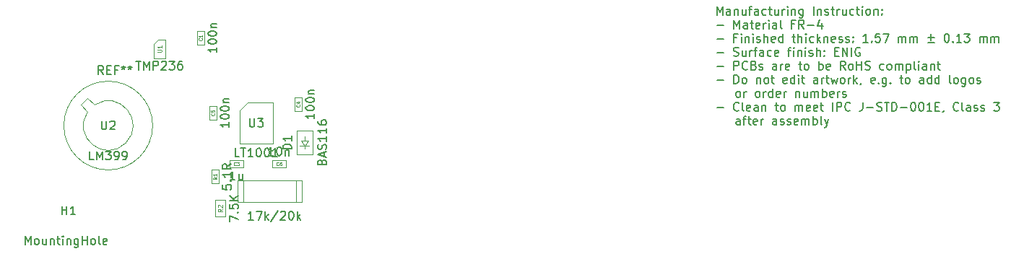
<source format=gbr>
G04 #@! TF.GenerationSoftware,KiCad,Pcbnew,(6.0.4)*
G04 #@! TF.CreationDate,2022-04-17T03:50:04+02:00*
G04 #@! TF.ProjectId,reference_board,72656665-7265-46e6-9365-5f626f617264,v3.4.0*
G04 #@! TF.SameCoordinates,Original*
G04 #@! TF.FileFunction,AssemblyDrawing,Top*
%FSLAX46Y46*%
G04 Gerber Fmt 4.6, Leading zero omitted, Abs format (unit mm)*
G04 Created by KiCad (PCBNEW (6.0.4)) date 2022-04-17 03:50:04*
%MOMM*%
%LPD*%
G01*
G04 APERTURE LIST*
%ADD10C,0.150000*%
%ADD11C,0.060000*%
%ADD12C,0.075000*%
%ADD13C,0.080000*%
%ADD14C,0.100000*%
G04 APERTURE END LIST*
D10*
X180335595Y-49012380D02*
X180335595Y-48012380D01*
X180668928Y-48726666D01*
X181002261Y-48012380D01*
X181002261Y-49012380D01*
X181907023Y-49012380D02*
X181907023Y-48488571D01*
X181859404Y-48393333D01*
X181764166Y-48345714D01*
X181573690Y-48345714D01*
X181478452Y-48393333D01*
X181907023Y-48964761D02*
X181811785Y-49012380D01*
X181573690Y-49012380D01*
X181478452Y-48964761D01*
X181430833Y-48869523D01*
X181430833Y-48774285D01*
X181478452Y-48679047D01*
X181573690Y-48631428D01*
X181811785Y-48631428D01*
X181907023Y-48583809D01*
X182383214Y-48345714D02*
X182383214Y-49012380D01*
X182383214Y-48440952D02*
X182430833Y-48393333D01*
X182526071Y-48345714D01*
X182668928Y-48345714D01*
X182764166Y-48393333D01*
X182811785Y-48488571D01*
X182811785Y-49012380D01*
X183716547Y-48345714D02*
X183716547Y-49012380D01*
X183287976Y-48345714D02*
X183287976Y-48869523D01*
X183335595Y-48964761D01*
X183430833Y-49012380D01*
X183573690Y-49012380D01*
X183668928Y-48964761D01*
X183716547Y-48917142D01*
X184049880Y-48345714D02*
X184430833Y-48345714D01*
X184192738Y-49012380D02*
X184192738Y-48155238D01*
X184240357Y-48060000D01*
X184335595Y-48012380D01*
X184430833Y-48012380D01*
X185192738Y-49012380D02*
X185192738Y-48488571D01*
X185145119Y-48393333D01*
X185049880Y-48345714D01*
X184859404Y-48345714D01*
X184764166Y-48393333D01*
X185192738Y-48964761D02*
X185097500Y-49012380D01*
X184859404Y-49012380D01*
X184764166Y-48964761D01*
X184716547Y-48869523D01*
X184716547Y-48774285D01*
X184764166Y-48679047D01*
X184859404Y-48631428D01*
X185097500Y-48631428D01*
X185192738Y-48583809D01*
X186097500Y-48964761D02*
X186002261Y-49012380D01*
X185811785Y-49012380D01*
X185716547Y-48964761D01*
X185668928Y-48917142D01*
X185621309Y-48821904D01*
X185621309Y-48536190D01*
X185668928Y-48440952D01*
X185716547Y-48393333D01*
X185811785Y-48345714D01*
X186002261Y-48345714D01*
X186097500Y-48393333D01*
X186383214Y-48345714D02*
X186764166Y-48345714D01*
X186526071Y-48012380D02*
X186526071Y-48869523D01*
X186573690Y-48964761D01*
X186668928Y-49012380D01*
X186764166Y-49012380D01*
X187526071Y-48345714D02*
X187526071Y-49012380D01*
X187097500Y-48345714D02*
X187097500Y-48869523D01*
X187145119Y-48964761D01*
X187240357Y-49012380D01*
X187383214Y-49012380D01*
X187478452Y-48964761D01*
X187526071Y-48917142D01*
X188002261Y-49012380D02*
X188002261Y-48345714D01*
X188002261Y-48536190D02*
X188049880Y-48440952D01*
X188097500Y-48393333D01*
X188192738Y-48345714D01*
X188287976Y-48345714D01*
X188621309Y-49012380D02*
X188621309Y-48345714D01*
X188621309Y-48012380D02*
X188573690Y-48060000D01*
X188621309Y-48107619D01*
X188668928Y-48060000D01*
X188621309Y-48012380D01*
X188621309Y-48107619D01*
X189097500Y-48345714D02*
X189097500Y-49012380D01*
X189097500Y-48440952D02*
X189145119Y-48393333D01*
X189240357Y-48345714D01*
X189383214Y-48345714D01*
X189478452Y-48393333D01*
X189526071Y-48488571D01*
X189526071Y-49012380D01*
X190430833Y-48345714D02*
X190430833Y-49155238D01*
X190383214Y-49250476D01*
X190335595Y-49298095D01*
X190240357Y-49345714D01*
X190097500Y-49345714D01*
X190002261Y-49298095D01*
X190430833Y-48964761D02*
X190335595Y-49012380D01*
X190145119Y-49012380D01*
X190049880Y-48964761D01*
X190002261Y-48917142D01*
X189954642Y-48821904D01*
X189954642Y-48536190D01*
X190002261Y-48440952D01*
X190049880Y-48393333D01*
X190145119Y-48345714D01*
X190335595Y-48345714D01*
X190430833Y-48393333D01*
X191668928Y-49012380D02*
X191668928Y-48012380D01*
X192145119Y-48345714D02*
X192145119Y-49012380D01*
X192145119Y-48440952D02*
X192192738Y-48393333D01*
X192287976Y-48345714D01*
X192430833Y-48345714D01*
X192526071Y-48393333D01*
X192573690Y-48488571D01*
X192573690Y-49012380D01*
X193002261Y-48964761D02*
X193097500Y-49012380D01*
X193287976Y-49012380D01*
X193383214Y-48964761D01*
X193430833Y-48869523D01*
X193430833Y-48821904D01*
X193383214Y-48726666D01*
X193287976Y-48679047D01*
X193145119Y-48679047D01*
X193049880Y-48631428D01*
X193002261Y-48536190D01*
X193002261Y-48488571D01*
X193049880Y-48393333D01*
X193145119Y-48345714D01*
X193287976Y-48345714D01*
X193383214Y-48393333D01*
X193716547Y-48345714D02*
X194097500Y-48345714D01*
X193859404Y-48012380D02*
X193859404Y-48869523D01*
X193907023Y-48964761D01*
X194002261Y-49012380D01*
X194097500Y-49012380D01*
X194430833Y-49012380D02*
X194430833Y-48345714D01*
X194430833Y-48536190D02*
X194478452Y-48440952D01*
X194526071Y-48393333D01*
X194621309Y-48345714D01*
X194716547Y-48345714D01*
X195478452Y-48345714D02*
X195478452Y-49012380D01*
X195049880Y-48345714D02*
X195049880Y-48869523D01*
X195097500Y-48964761D01*
X195192738Y-49012380D01*
X195335595Y-49012380D01*
X195430833Y-48964761D01*
X195478452Y-48917142D01*
X196383214Y-48964761D02*
X196287976Y-49012380D01*
X196097500Y-49012380D01*
X196002261Y-48964761D01*
X195954642Y-48917142D01*
X195907023Y-48821904D01*
X195907023Y-48536190D01*
X195954642Y-48440952D01*
X196002261Y-48393333D01*
X196097500Y-48345714D01*
X196287976Y-48345714D01*
X196383214Y-48393333D01*
X196668928Y-48345714D02*
X197049880Y-48345714D01*
X196811785Y-48012380D02*
X196811785Y-48869523D01*
X196859404Y-48964761D01*
X196954642Y-49012380D01*
X197049880Y-49012380D01*
X197383214Y-49012380D02*
X197383214Y-48345714D01*
X197383214Y-48012380D02*
X197335595Y-48060000D01*
X197383214Y-48107619D01*
X197430833Y-48060000D01*
X197383214Y-48012380D01*
X197383214Y-48107619D01*
X198002261Y-49012380D02*
X197907023Y-48964761D01*
X197859404Y-48917142D01*
X197811785Y-48821904D01*
X197811785Y-48536190D01*
X197859404Y-48440952D01*
X197907023Y-48393333D01*
X198002261Y-48345714D01*
X198145119Y-48345714D01*
X198240357Y-48393333D01*
X198287976Y-48440952D01*
X198335595Y-48536190D01*
X198335595Y-48821904D01*
X198287976Y-48917142D01*
X198240357Y-48964761D01*
X198145119Y-49012380D01*
X198002261Y-49012380D01*
X198764166Y-48345714D02*
X198764166Y-49012380D01*
X198764166Y-48440952D02*
X198811785Y-48393333D01*
X198907023Y-48345714D01*
X199049880Y-48345714D01*
X199145119Y-48393333D01*
X199192738Y-48488571D01*
X199192738Y-49012380D01*
X199668928Y-48917142D02*
X199716547Y-48964761D01*
X199668928Y-49012380D01*
X199621309Y-48964761D01*
X199668928Y-48917142D01*
X199668928Y-49012380D01*
X199668928Y-48393333D02*
X199716547Y-48440952D01*
X199668928Y-48488571D01*
X199621309Y-48440952D01*
X199668928Y-48393333D01*
X199668928Y-48488571D01*
X180335595Y-50241428D02*
X181097500Y-50241428D01*
X182335595Y-50622380D02*
X182335595Y-49622380D01*
X182668928Y-50336666D01*
X183002261Y-49622380D01*
X183002261Y-50622380D01*
X183907023Y-50622380D02*
X183907023Y-50098571D01*
X183859404Y-50003333D01*
X183764166Y-49955714D01*
X183573690Y-49955714D01*
X183478452Y-50003333D01*
X183907023Y-50574761D02*
X183811785Y-50622380D01*
X183573690Y-50622380D01*
X183478452Y-50574761D01*
X183430833Y-50479523D01*
X183430833Y-50384285D01*
X183478452Y-50289047D01*
X183573690Y-50241428D01*
X183811785Y-50241428D01*
X183907023Y-50193809D01*
X184240357Y-49955714D02*
X184621309Y-49955714D01*
X184383214Y-49622380D02*
X184383214Y-50479523D01*
X184430833Y-50574761D01*
X184526071Y-50622380D01*
X184621309Y-50622380D01*
X185335595Y-50574761D02*
X185240357Y-50622380D01*
X185049880Y-50622380D01*
X184954642Y-50574761D01*
X184907023Y-50479523D01*
X184907023Y-50098571D01*
X184954642Y-50003333D01*
X185049880Y-49955714D01*
X185240357Y-49955714D01*
X185335595Y-50003333D01*
X185383214Y-50098571D01*
X185383214Y-50193809D01*
X184907023Y-50289047D01*
X185811785Y-50622380D02*
X185811785Y-49955714D01*
X185811785Y-50146190D02*
X185859404Y-50050952D01*
X185907023Y-50003333D01*
X186002261Y-49955714D01*
X186097500Y-49955714D01*
X186430833Y-50622380D02*
X186430833Y-49955714D01*
X186430833Y-49622380D02*
X186383214Y-49670000D01*
X186430833Y-49717619D01*
X186478452Y-49670000D01*
X186430833Y-49622380D01*
X186430833Y-49717619D01*
X187335595Y-50622380D02*
X187335595Y-50098571D01*
X187287976Y-50003333D01*
X187192738Y-49955714D01*
X187002261Y-49955714D01*
X186907023Y-50003333D01*
X187335595Y-50574761D02*
X187240357Y-50622380D01*
X187002261Y-50622380D01*
X186907023Y-50574761D01*
X186859404Y-50479523D01*
X186859404Y-50384285D01*
X186907023Y-50289047D01*
X187002261Y-50241428D01*
X187240357Y-50241428D01*
X187335595Y-50193809D01*
X187954642Y-50622380D02*
X187859404Y-50574761D01*
X187811785Y-50479523D01*
X187811785Y-49622380D01*
X189430833Y-50098571D02*
X189097500Y-50098571D01*
X189097500Y-50622380D02*
X189097500Y-49622380D01*
X189573690Y-49622380D01*
X190526071Y-50622380D02*
X190192738Y-50146190D01*
X189954642Y-50622380D02*
X189954642Y-49622380D01*
X190335595Y-49622380D01*
X190430833Y-49670000D01*
X190478452Y-49717619D01*
X190526071Y-49812857D01*
X190526071Y-49955714D01*
X190478452Y-50050952D01*
X190430833Y-50098571D01*
X190335595Y-50146190D01*
X189954642Y-50146190D01*
X190954642Y-50241428D02*
X191716547Y-50241428D01*
X192621309Y-49955714D02*
X192621309Y-50622380D01*
X192383214Y-49574761D02*
X192145119Y-50289047D01*
X192764166Y-50289047D01*
X180335595Y-51851428D02*
X181097500Y-51851428D01*
X182668928Y-51708571D02*
X182335595Y-51708571D01*
X182335595Y-52232380D02*
X182335595Y-51232380D01*
X182811785Y-51232380D01*
X183192738Y-52232380D02*
X183192738Y-51565714D01*
X183192738Y-51232380D02*
X183145119Y-51280000D01*
X183192738Y-51327619D01*
X183240357Y-51280000D01*
X183192738Y-51232380D01*
X183192738Y-51327619D01*
X183668928Y-51565714D02*
X183668928Y-52232380D01*
X183668928Y-51660952D02*
X183716547Y-51613333D01*
X183811785Y-51565714D01*
X183954642Y-51565714D01*
X184049880Y-51613333D01*
X184097500Y-51708571D01*
X184097500Y-52232380D01*
X184573690Y-52232380D02*
X184573690Y-51565714D01*
X184573690Y-51232380D02*
X184526071Y-51280000D01*
X184573690Y-51327619D01*
X184621309Y-51280000D01*
X184573690Y-51232380D01*
X184573690Y-51327619D01*
X185002261Y-52184761D02*
X185097500Y-52232380D01*
X185287976Y-52232380D01*
X185383214Y-52184761D01*
X185430833Y-52089523D01*
X185430833Y-52041904D01*
X185383214Y-51946666D01*
X185287976Y-51899047D01*
X185145119Y-51899047D01*
X185049880Y-51851428D01*
X185002261Y-51756190D01*
X185002261Y-51708571D01*
X185049880Y-51613333D01*
X185145119Y-51565714D01*
X185287976Y-51565714D01*
X185383214Y-51613333D01*
X185859404Y-52232380D02*
X185859404Y-51232380D01*
X186287976Y-52232380D02*
X186287976Y-51708571D01*
X186240357Y-51613333D01*
X186145119Y-51565714D01*
X186002261Y-51565714D01*
X185907023Y-51613333D01*
X185859404Y-51660952D01*
X187145119Y-52184761D02*
X187049880Y-52232380D01*
X186859404Y-52232380D01*
X186764166Y-52184761D01*
X186716547Y-52089523D01*
X186716547Y-51708571D01*
X186764166Y-51613333D01*
X186859404Y-51565714D01*
X187049880Y-51565714D01*
X187145119Y-51613333D01*
X187192738Y-51708571D01*
X187192738Y-51803809D01*
X186716547Y-51899047D01*
X188049880Y-52232380D02*
X188049880Y-51232380D01*
X188049880Y-52184761D02*
X187954642Y-52232380D01*
X187764166Y-52232380D01*
X187668928Y-52184761D01*
X187621309Y-52137142D01*
X187573690Y-52041904D01*
X187573690Y-51756190D01*
X187621309Y-51660952D01*
X187668928Y-51613333D01*
X187764166Y-51565714D01*
X187954642Y-51565714D01*
X188049880Y-51613333D01*
X189145119Y-51565714D02*
X189526071Y-51565714D01*
X189287976Y-51232380D02*
X189287976Y-52089523D01*
X189335595Y-52184761D01*
X189430833Y-52232380D01*
X189526071Y-52232380D01*
X189859404Y-52232380D02*
X189859404Y-51232380D01*
X190287976Y-52232380D02*
X190287976Y-51708571D01*
X190240357Y-51613333D01*
X190145119Y-51565714D01*
X190002261Y-51565714D01*
X189907023Y-51613333D01*
X189859404Y-51660952D01*
X190764166Y-52232380D02*
X190764166Y-51565714D01*
X190764166Y-51232380D02*
X190716547Y-51280000D01*
X190764166Y-51327619D01*
X190811785Y-51280000D01*
X190764166Y-51232380D01*
X190764166Y-51327619D01*
X191668928Y-52184761D02*
X191573690Y-52232380D01*
X191383214Y-52232380D01*
X191287976Y-52184761D01*
X191240357Y-52137142D01*
X191192738Y-52041904D01*
X191192738Y-51756190D01*
X191240357Y-51660952D01*
X191287976Y-51613333D01*
X191383214Y-51565714D01*
X191573690Y-51565714D01*
X191668928Y-51613333D01*
X192097500Y-52232380D02*
X192097500Y-51232380D01*
X192192738Y-51851428D02*
X192478452Y-52232380D01*
X192478452Y-51565714D02*
X192097500Y-51946666D01*
X192907023Y-51565714D02*
X192907023Y-52232380D01*
X192907023Y-51660952D02*
X192954642Y-51613333D01*
X193049880Y-51565714D01*
X193192738Y-51565714D01*
X193287976Y-51613333D01*
X193335595Y-51708571D01*
X193335595Y-52232380D01*
X194192738Y-52184761D02*
X194097500Y-52232380D01*
X193907023Y-52232380D01*
X193811785Y-52184761D01*
X193764166Y-52089523D01*
X193764166Y-51708571D01*
X193811785Y-51613333D01*
X193907023Y-51565714D01*
X194097500Y-51565714D01*
X194192738Y-51613333D01*
X194240357Y-51708571D01*
X194240357Y-51803809D01*
X193764166Y-51899047D01*
X194621309Y-52184761D02*
X194716547Y-52232380D01*
X194907023Y-52232380D01*
X195002261Y-52184761D01*
X195049880Y-52089523D01*
X195049880Y-52041904D01*
X195002261Y-51946666D01*
X194907023Y-51899047D01*
X194764166Y-51899047D01*
X194668928Y-51851428D01*
X194621309Y-51756190D01*
X194621309Y-51708571D01*
X194668928Y-51613333D01*
X194764166Y-51565714D01*
X194907023Y-51565714D01*
X195002261Y-51613333D01*
X195430833Y-52184761D02*
X195526071Y-52232380D01*
X195716547Y-52232380D01*
X195811785Y-52184761D01*
X195859404Y-52089523D01*
X195859404Y-52041904D01*
X195811785Y-51946666D01*
X195716547Y-51899047D01*
X195573690Y-51899047D01*
X195478452Y-51851428D01*
X195430833Y-51756190D01*
X195430833Y-51708571D01*
X195478452Y-51613333D01*
X195573690Y-51565714D01*
X195716547Y-51565714D01*
X195811785Y-51613333D01*
X196287976Y-52137142D02*
X196335595Y-52184761D01*
X196287976Y-52232380D01*
X196240357Y-52184761D01*
X196287976Y-52137142D01*
X196287976Y-52232380D01*
X196287976Y-51613333D02*
X196335595Y-51660952D01*
X196287976Y-51708571D01*
X196240357Y-51660952D01*
X196287976Y-51613333D01*
X196287976Y-51708571D01*
X198049880Y-52232380D02*
X197478452Y-52232380D01*
X197764166Y-52232380D02*
X197764166Y-51232380D01*
X197668928Y-51375238D01*
X197573690Y-51470476D01*
X197478452Y-51518095D01*
X198478452Y-52137142D02*
X198526071Y-52184761D01*
X198478452Y-52232380D01*
X198430833Y-52184761D01*
X198478452Y-52137142D01*
X198478452Y-52232380D01*
X199430833Y-51232380D02*
X198954642Y-51232380D01*
X198907023Y-51708571D01*
X198954642Y-51660952D01*
X199049880Y-51613333D01*
X199287976Y-51613333D01*
X199383214Y-51660952D01*
X199430833Y-51708571D01*
X199478452Y-51803809D01*
X199478452Y-52041904D01*
X199430833Y-52137142D01*
X199383214Y-52184761D01*
X199287976Y-52232380D01*
X199049880Y-52232380D01*
X198954642Y-52184761D01*
X198907023Y-52137142D01*
X199811785Y-51232380D02*
X200478452Y-51232380D01*
X200049880Y-52232380D01*
X201621309Y-52232380D02*
X201621309Y-51565714D01*
X201621309Y-51660952D02*
X201668928Y-51613333D01*
X201764166Y-51565714D01*
X201907023Y-51565714D01*
X202002261Y-51613333D01*
X202049880Y-51708571D01*
X202049880Y-52232380D01*
X202049880Y-51708571D02*
X202097500Y-51613333D01*
X202192738Y-51565714D01*
X202335595Y-51565714D01*
X202430833Y-51613333D01*
X202478452Y-51708571D01*
X202478452Y-52232380D01*
X202954642Y-52232380D02*
X202954642Y-51565714D01*
X202954642Y-51660952D02*
X203002261Y-51613333D01*
X203097500Y-51565714D01*
X203240357Y-51565714D01*
X203335595Y-51613333D01*
X203383214Y-51708571D01*
X203383214Y-52232380D01*
X203383214Y-51708571D02*
X203430833Y-51613333D01*
X203526071Y-51565714D01*
X203668928Y-51565714D01*
X203764166Y-51613333D01*
X203811785Y-51708571D01*
X203811785Y-52232380D01*
X205049880Y-51660952D02*
X205811785Y-51660952D01*
X205430833Y-52041904D02*
X205430833Y-51280000D01*
X205811785Y-52232380D02*
X205049880Y-52232380D01*
X207240357Y-51232380D02*
X207335595Y-51232380D01*
X207430833Y-51280000D01*
X207478452Y-51327619D01*
X207526071Y-51422857D01*
X207573690Y-51613333D01*
X207573690Y-51851428D01*
X207526071Y-52041904D01*
X207478452Y-52137142D01*
X207430833Y-52184761D01*
X207335595Y-52232380D01*
X207240357Y-52232380D01*
X207145119Y-52184761D01*
X207097500Y-52137142D01*
X207049880Y-52041904D01*
X207002261Y-51851428D01*
X207002261Y-51613333D01*
X207049880Y-51422857D01*
X207097500Y-51327619D01*
X207145119Y-51280000D01*
X207240357Y-51232380D01*
X208002261Y-52137142D02*
X208049880Y-52184761D01*
X208002261Y-52232380D01*
X207954642Y-52184761D01*
X208002261Y-52137142D01*
X208002261Y-52232380D01*
X209002261Y-52232380D02*
X208430833Y-52232380D01*
X208716547Y-52232380D02*
X208716547Y-51232380D01*
X208621309Y-51375238D01*
X208526071Y-51470476D01*
X208430833Y-51518095D01*
X209335595Y-51232380D02*
X209954642Y-51232380D01*
X209621309Y-51613333D01*
X209764166Y-51613333D01*
X209859404Y-51660952D01*
X209907023Y-51708571D01*
X209954642Y-51803809D01*
X209954642Y-52041904D01*
X209907023Y-52137142D01*
X209859404Y-52184761D01*
X209764166Y-52232380D01*
X209478452Y-52232380D01*
X209383214Y-52184761D01*
X209335595Y-52137142D01*
X211145119Y-52232380D02*
X211145119Y-51565714D01*
X211145119Y-51660952D02*
X211192738Y-51613333D01*
X211287976Y-51565714D01*
X211430833Y-51565714D01*
X211526071Y-51613333D01*
X211573690Y-51708571D01*
X211573690Y-52232380D01*
X211573690Y-51708571D02*
X211621309Y-51613333D01*
X211716547Y-51565714D01*
X211859404Y-51565714D01*
X211954642Y-51613333D01*
X212002261Y-51708571D01*
X212002261Y-52232380D01*
X212478452Y-52232380D02*
X212478452Y-51565714D01*
X212478452Y-51660952D02*
X212526071Y-51613333D01*
X212621309Y-51565714D01*
X212764166Y-51565714D01*
X212859404Y-51613333D01*
X212907023Y-51708571D01*
X212907023Y-52232380D01*
X212907023Y-51708571D02*
X212954642Y-51613333D01*
X213049880Y-51565714D01*
X213192738Y-51565714D01*
X213287976Y-51613333D01*
X213335595Y-51708571D01*
X213335595Y-52232380D01*
X180335595Y-53461428D02*
X181097500Y-53461428D01*
X182287976Y-53794761D02*
X182430833Y-53842380D01*
X182668928Y-53842380D01*
X182764166Y-53794761D01*
X182811785Y-53747142D01*
X182859404Y-53651904D01*
X182859404Y-53556666D01*
X182811785Y-53461428D01*
X182764166Y-53413809D01*
X182668928Y-53366190D01*
X182478452Y-53318571D01*
X182383214Y-53270952D01*
X182335595Y-53223333D01*
X182287976Y-53128095D01*
X182287976Y-53032857D01*
X182335595Y-52937619D01*
X182383214Y-52890000D01*
X182478452Y-52842380D01*
X182716547Y-52842380D01*
X182859404Y-52890000D01*
X183716547Y-53175714D02*
X183716547Y-53842380D01*
X183287976Y-53175714D02*
X183287976Y-53699523D01*
X183335595Y-53794761D01*
X183430833Y-53842380D01*
X183573690Y-53842380D01*
X183668928Y-53794761D01*
X183716547Y-53747142D01*
X184192738Y-53842380D02*
X184192738Y-53175714D01*
X184192738Y-53366190D02*
X184240357Y-53270952D01*
X184287976Y-53223333D01*
X184383214Y-53175714D01*
X184478452Y-53175714D01*
X184668928Y-53175714D02*
X185049880Y-53175714D01*
X184811785Y-53842380D02*
X184811785Y-52985238D01*
X184859404Y-52890000D01*
X184954642Y-52842380D01*
X185049880Y-52842380D01*
X185811785Y-53842380D02*
X185811785Y-53318571D01*
X185764166Y-53223333D01*
X185668928Y-53175714D01*
X185478452Y-53175714D01*
X185383214Y-53223333D01*
X185811785Y-53794761D02*
X185716547Y-53842380D01*
X185478452Y-53842380D01*
X185383214Y-53794761D01*
X185335595Y-53699523D01*
X185335595Y-53604285D01*
X185383214Y-53509047D01*
X185478452Y-53461428D01*
X185716547Y-53461428D01*
X185811785Y-53413809D01*
X186716547Y-53794761D02*
X186621309Y-53842380D01*
X186430833Y-53842380D01*
X186335595Y-53794761D01*
X186287976Y-53747142D01*
X186240357Y-53651904D01*
X186240357Y-53366190D01*
X186287976Y-53270952D01*
X186335595Y-53223333D01*
X186430833Y-53175714D01*
X186621309Y-53175714D01*
X186716547Y-53223333D01*
X187526071Y-53794761D02*
X187430833Y-53842380D01*
X187240357Y-53842380D01*
X187145119Y-53794761D01*
X187097500Y-53699523D01*
X187097500Y-53318571D01*
X187145119Y-53223333D01*
X187240357Y-53175714D01*
X187430833Y-53175714D01*
X187526071Y-53223333D01*
X187573690Y-53318571D01*
X187573690Y-53413809D01*
X187097500Y-53509047D01*
X188621309Y-53175714D02*
X189002261Y-53175714D01*
X188764166Y-53842380D02*
X188764166Y-52985238D01*
X188811785Y-52890000D01*
X188907023Y-52842380D01*
X189002261Y-52842380D01*
X189335595Y-53842380D02*
X189335595Y-53175714D01*
X189335595Y-52842380D02*
X189287976Y-52890000D01*
X189335595Y-52937619D01*
X189383214Y-52890000D01*
X189335595Y-52842380D01*
X189335595Y-52937619D01*
X189811785Y-53175714D02*
X189811785Y-53842380D01*
X189811785Y-53270952D02*
X189859404Y-53223333D01*
X189954642Y-53175714D01*
X190097500Y-53175714D01*
X190192738Y-53223333D01*
X190240357Y-53318571D01*
X190240357Y-53842380D01*
X190716547Y-53842380D02*
X190716547Y-53175714D01*
X190716547Y-52842380D02*
X190668928Y-52890000D01*
X190716547Y-52937619D01*
X190764166Y-52890000D01*
X190716547Y-52842380D01*
X190716547Y-52937619D01*
X191145119Y-53794761D02*
X191240357Y-53842380D01*
X191430833Y-53842380D01*
X191526071Y-53794761D01*
X191573690Y-53699523D01*
X191573690Y-53651904D01*
X191526071Y-53556666D01*
X191430833Y-53509047D01*
X191287976Y-53509047D01*
X191192738Y-53461428D01*
X191145119Y-53366190D01*
X191145119Y-53318571D01*
X191192738Y-53223333D01*
X191287976Y-53175714D01*
X191430833Y-53175714D01*
X191526071Y-53223333D01*
X192002261Y-53842380D02*
X192002261Y-52842380D01*
X192430833Y-53842380D02*
X192430833Y-53318571D01*
X192383214Y-53223333D01*
X192287976Y-53175714D01*
X192145119Y-53175714D01*
X192049880Y-53223333D01*
X192002261Y-53270952D01*
X192907023Y-53747142D02*
X192954642Y-53794761D01*
X192907023Y-53842380D01*
X192859404Y-53794761D01*
X192907023Y-53747142D01*
X192907023Y-53842380D01*
X192907023Y-53223333D02*
X192954642Y-53270952D01*
X192907023Y-53318571D01*
X192859404Y-53270952D01*
X192907023Y-53223333D01*
X192907023Y-53318571D01*
X194145119Y-53318571D02*
X194478452Y-53318571D01*
X194621309Y-53842380D02*
X194145119Y-53842380D01*
X194145119Y-52842380D01*
X194621309Y-52842380D01*
X195049880Y-53842380D02*
X195049880Y-52842380D01*
X195621309Y-53842380D01*
X195621309Y-52842380D01*
X196097500Y-53842380D02*
X196097500Y-52842380D01*
X197097500Y-52890000D02*
X197002261Y-52842380D01*
X196859404Y-52842380D01*
X196716547Y-52890000D01*
X196621309Y-52985238D01*
X196573690Y-53080476D01*
X196526071Y-53270952D01*
X196526071Y-53413809D01*
X196573690Y-53604285D01*
X196621309Y-53699523D01*
X196716547Y-53794761D01*
X196859404Y-53842380D01*
X196954642Y-53842380D01*
X197097500Y-53794761D01*
X197145119Y-53747142D01*
X197145119Y-53413809D01*
X196954642Y-53413809D01*
X180335595Y-55071428D02*
X181097500Y-55071428D01*
X182335595Y-55452380D02*
X182335595Y-54452380D01*
X182716547Y-54452380D01*
X182811785Y-54500000D01*
X182859404Y-54547619D01*
X182907023Y-54642857D01*
X182907023Y-54785714D01*
X182859404Y-54880952D01*
X182811785Y-54928571D01*
X182716547Y-54976190D01*
X182335595Y-54976190D01*
X183907023Y-55357142D02*
X183859404Y-55404761D01*
X183716547Y-55452380D01*
X183621309Y-55452380D01*
X183478452Y-55404761D01*
X183383214Y-55309523D01*
X183335595Y-55214285D01*
X183287976Y-55023809D01*
X183287976Y-54880952D01*
X183335595Y-54690476D01*
X183383214Y-54595238D01*
X183478452Y-54500000D01*
X183621309Y-54452380D01*
X183716547Y-54452380D01*
X183859404Y-54500000D01*
X183907023Y-54547619D01*
X184668928Y-54928571D02*
X184811785Y-54976190D01*
X184859404Y-55023809D01*
X184907023Y-55119047D01*
X184907023Y-55261904D01*
X184859404Y-55357142D01*
X184811785Y-55404761D01*
X184716547Y-55452380D01*
X184335595Y-55452380D01*
X184335595Y-54452380D01*
X184668928Y-54452380D01*
X184764166Y-54500000D01*
X184811785Y-54547619D01*
X184859404Y-54642857D01*
X184859404Y-54738095D01*
X184811785Y-54833333D01*
X184764166Y-54880952D01*
X184668928Y-54928571D01*
X184335595Y-54928571D01*
X185287976Y-55404761D02*
X185383214Y-55452380D01*
X185573690Y-55452380D01*
X185668928Y-55404761D01*
X185716547Y-55309523D01*
X185716547Y-55261904D01*
X185668928Y-55166666D01*
X185573690Y-55119047D01*
X185430833Y-55119047D01*
X185335595Y-55071428D01*
X185287976Y-54976190D01*
X185287976Y-54928571D01*
X185335595Y-54833333D01*
X185430833Y-54785714D01*
X185573690Y-54785714D01*
X185668928Y-54833333D01*
X187335595Y-55452380D02*
X187335595Y-54928571D01*
X187287976Y-54833333D01*
X187192738Y-54785714D01*
X187002261Y-54785714D01*
X186907023Y-54833333D01*
X187335595Y-55404761D02*
X187240357Y-55452380D01*
X187002261Y-55452380D01*
X186907023Y-55404761D01*
X186859404Y-55309523D01*
X186859404Y-55214285D01*
X186907023Y-55119047D01*
X187002261Y-55071428D01*
X187240357Y-55071428D01*
X187335595Y-55023809D01*
X187811785Y-55452380D02*
X187811785Y-54785714D01*
X187811785Y-54976190D02*
X187859404Y-54880952D01*
X187907023Y-54833333D01*
X188002261Y-54785714D01*
X188097500Y-54785714D01*
X188811785Y-55404761D02*
X188716547Y-55452380D01*
X188526071Y-55452380D01*
X188430833Y-55404761D01*
X188383214Y-55309523D01*
X188383214Y-54928571D01*
X188430833Y-54833333D01*
X188526071Y-54785714D01*
X188716547Y-54785714D01*
X188811785Y-54833333D01*
X188859404Y-54928571D01*
X188859404Y-55023809D01*
X188383214Y-55119047D01*
X189907023Y-54785714D02*
X190287976Y-54785714D01*
X190049880Y-54452380D02*
X190049880Y-55309523D01*
X190097500Y-55404761D01*
X190192738Y-55452380D01*
X190287976Y-55452380D01*
X190764166Y-55452380D02*
X190668928Y-55404761D01*
X190621309Y-55357142D01*
X190573690Y-55261904D01*
X190573690Y-54976190D01*
X190621309Y-54880952D01*
X190668928Y-54833333D01*
X190764166Y-54785714D01*
X190907023Y-54785714D01*
X191002261Y-54833333D01*
X191049880Y-54880952D01*
X191097500Y-54976190D01*
X191097500Y-55261904D01*
X191049880Y-55357142D01*
X191002261Y-55404761D01*
X190907023Y-55452380D01*
X190764166Y-55452380D01*
X192287976Y-55452380D02*
X192287976Y-54452380D01*
X192287976Y-54833333D02*
X192383214Y-54785714D01*
X192573690Y-54785714D01*
X192668928Y-54833333D01*
X192716547Y-54880952D01*
X192764166Y-54976190D01*
X192764166Y-55261904D01*
X192716547Y-55357142D01*
X192668928Y-55404761D01*
X192573690Y-55452380D01*
X192383214Y-55452380D01*
X192287976Y-55404761D01*
X193573690Y-55404761D02*
X193478452Y-55452380D01*
X193287976Y-55452380D01*
X193192738Y-55404761D01*
X193145119Y-55309523D01*
X193145119Y-54928571D01*
X193192738Y-54833333D01*
X193287976Y-54785714D01*
X193478452Y-54785714D01*
X193573690Y-54833333D01*
X193621309Y-54928571D01*
X193621309Y-55023809D01*
X193145119Y-55119047D01*
X195383214Y-55452380D02*
X195049880Y-54976190D01*
X194811785Y-55452380D02*
X194811785Y-54452380D01*
X195192738Y-54452380D01*
X195287976Y-54500000D01*
X195335595Y-54547619D01*
X195383214Y-54642857D01*
X195383214Y-54785714D01*
X195335595Y-54880952D01*
X195287976Y-54928571D01*
X195192738Y-54976190D01*
X194811785Y-54976190D01*
X195954642Y-55452380D02*
X195859404Y-55404761D01*
X195811785Y-55357142D01*
X195764166Y-55261904D01*
X195764166Y-54976190D01*
X195811785Y-54880952D01*
X195859404Y-54833333D01*
X195954642Y-54785714D01*
X196097500Y-54785714D01*
X196192738Y-54833333D01*
X196240357Y-54880952D01*
X196287976Y-54976190D01*
X196287976Y-55261904D01*
X196240357Y-55357142D01*
X196192738Y-55404761D01*
X196097500Y-55452380D01*
X195954642Y-55452380D01*
X196716547Y-55452380D02*
X196716547Y-54452380D01*
X196716547Y-54928571D02*
X197287976Y-54928571D01*
X197287976Y-55452380D02*
X197287976Y-54452380D01*
X197716547Y-55404761D02*
X197859404Y-55452380D01*
X198097500Y-55452380D01*
X198192738Y-55404761D01*
X198240357Y-55357142D01*
X198287976Y-55261904D01*
X198287976Y-55166666D01*
X198240357Y-55071428D01*
X198192738Y-55023809D01*
X198097500Y-54976190D01*
X197907023Y-54928571D01*
X197811785Y-54880952D01*
X197764166Y-54833333D01*
X197716547Y-54738095D01*
X197716547Y-54642857D01*
X197764166Y-54547619D01*
X197811785Y-54500000D01*
X197907023Y-54452380D01*
X198145119Y-54452380D01*
X198287976Y-54500000D01*
X199907023Y-55404761D02*
X199811785Y-55452380D01*
X199621309Y-55452380D01*
X199526071Y-55404761D01*
X199478452Y-55357142D01*
X199430833Y-55261904D01*
X199430833Y-54976190D01*
X199478452Y-54880952D01*
X199526071Y-54833333D01*
X199621309Y-54785714D01*
X199811785Y-54785714D01*
X199907023Y-54833333D01*
X200478452Y-55452380D02*
X200383214Y-55404761D01*
X200335595Y-55357142D01*
X200287976Y-55261904D01*
X200287976Y-54976190D01*
X200335595Y-54880952D01*
X200383214Y-54833333D01*
X200478452Y-54785714D01*
X200621309Y-54785714D01*
X200716547Y-54833333D01*
X200764166Y-54880952D01*
X200811785Y-54976190D01*
X200811785Y-55261904D01*
X200764166Y-55357142D01*
X200716547Y-55404761D01*
X200621309Y-55452380D01*
X200478452Y-55452380D01*
X201240357Y-55452380D02*
X201240357Y-54785714D01*
X201240357Y-54880952D02*
X201287976Y-54833333D01*
X201383214Y-54785714D01*
X201526071Y-54785714D01*
X201621309Y-54833333D01*
X201668928Y-54928571D01*
X201668928Y-55452380D01*
X201668928Y-54928571D02*
X201716547Y-54833333D01*
X201811785Y-54785714D01*
X201954642Y-54785714D01*
X202049880Y-54833333D01*
X202097500Y-54928571D01*
X202097500Y-55452380D01*
X202573690Y-54785714D02*
X202573690Y-55785714D01*
X202573690Y-54833333D02*
X202668928Y-54785714D01*
X202859404Y-54785714D01*
X202954642Y-54833333D01*
X203002261Y-54880952D01*
X203049880Y-54976190D01*
X203049880Y-55261904D01*
X203002261Y-55357142D01*
X202954642Y-55404761D01*
X202859404Y-55452380D01*
X202668928Y-55452380D01*
X202573690Y-55404761D01*
X203621309Y-55452380D02*
X203526071Y-55404761D01*
X203478452Y-55309523D01*
X203478452Y-54452380D01*
X204002261Y-55452380D02*
X204002261Y-54785714D01*
X204002261Y-54452380D02*
X203954642Y-54500000D01*
X204002261Y-54547619D01*
X204049880Y-54500000D01*
X204002261Y-54452380D01*
X204002261Y-54547619D01*
X204907023Y-55452380D02*
X204907023Y-54928571D01*
X204859404Y-54833333D01*
X204764166Y-54785714D01*
X204573690Y-54785714D01*
X204478452Y-54833333D01*
X204907023Y-55404761D02*
X204811785Y-55452380D01*
X204573690Y-55452380D01*
X204478452Y-55404761D01*
X204430833Y-55309523D01*
X204430833Y-55214285D01*
X204478452Y-55119047D01*
X204573690Y-55071428D01*
X204811785Y-55071428D01*
X204907023Y-55023809D01*
X205383214Y-54785714D02*
X205383214Y-55452380D01*
X205383214Y-54880952D02*
X205430833Y-54833333D01*
X205526071Y-54785714D01*
X205668928Y-54785714D01*
X205764166Y-54833333D01*
X205811785Y-54928571D01*
X205811785Y-55452380D01*
X206145119Y-54785714D02*
X206526071Y-54785714D01*
X206287976Y-54452380D02*
X206287976Y-55309523D01*
X206335595Y-55404761D01*
X206430833Y-55452380D01*
X206526071Y-55452380D01*
X180335595Y-56681428D02*
X181097500Y-56681428D01*
X182335595Y-57062380D02*
X182335595Y-56062380D01*
X182573690Y-56062380D01*
X182716547Y-56110000D01*
X182811785Y-56205238D01*
X182859404Y-56300476D01*
X182907023Y-56490952D01*
X182907023Y-56633809D01*
X182859404Y-56824285D01*
X182811785Y-56919523D01*
X182716547Y-57014761D01*
X182573690Y-57062380D01*
X182335595Y-57062380D01*
X183478452Y-57062380D02*
X183383214Y-57014761D01*
X183335595Y-56967142D01*
X183287976Y-56871904D01*
X183287976Y-56586190D01*
X183335595Y-56490952D01*
X183383214Y-56443333D01*
X183478452Y-56395714D01*
X183621309Y-56395714D01*
X183716547Y-56443333D01*
X183764166Y-56490952D01*
X183811785Y-56586190D01*
X183811785Y-56871904D01*
X183764166Y-56967142D01*
X183716547Y-57014761D01*
X183621309Y-57062380D01*
X183478452Y-57062380D01*
X185002261Y-56395714D02*
X185002261Y-57062380D01*
X185002261Y-56490952D02*
X185049880Y-56443333D01*
X185145119Y-56395714D01*
X185287976Y-56395714D01*
X185383214Y-56443333D01*
X185430833Y-56538571D01*
X185430833Y-57062380D01*
X186049880Y-57062380D02*
X185954642Y-57014761D01*
X185907023Y-56967142D01*
X185859404Y-56871904D01*
X185859404Y-56586190D01*
X185907023Y-56490952D01*
X185954642Y-56443333D01*
X186049880Y-56395714D01*
X186192738Y-56395714D01*
X186287976Y-56443333D01*
X186335595Y-56490952D01*
X186383214Y-56586190D01*
X186383214Y-56871904D01*
X186335595Y-56967142D01*
X186287976Y-57014761D01*
X186192738Y-57062380D01*
X186049880Y-57062380D01*
X186668928Y-56395714D02*
X187049880Y-56395714D01*
X186811785Y-56062380D02*
X186811785Y-56919523D01*
X186859404Y-57014761D01*
X186954642Y-57062380D01*
X187049880Y-57062380D01*
X188526071Y-57014761D02*
X188430833Y-57062380D01*
X188240357Y-57062380D01*
X188145119Y-57014761D01*
X188097500Y-56919523D01*
X188097500Y-56538571D01*
X188145119Y-56443333D01*
X188240357Y-56395714D01*
X188430833Y-56395714D01*
X188526071Y-56443333D01*
X188573690Y-56538571D01*
X188573690Y-56633809D01*
X188097500Y-56729047D01*
X189430833Y-57062380D02*
X189430833Y-56062380D01*
X189430833Y-57014761D02*
X189335595Y-57062380D01*
X189145119Y-57062380D01*
X189049880Y-57014761D01*
X189002261Y-56967142D01*
X188954642Y-56871904D01*
X188954642Y-56586190D01*
X189002261Y-56490952D01*
X189049880Y-56443333D01*
X189145119Y-56395714D01*
X189335595Y-56395714D01*
X189430833Y-56443333D01*
X189907023Y-57062380D02*
X189907023Y-56395714D01*
X189907023Y-56062380D02*
X189859404Y-56110000D01*
X189907023Y-56157619D01*
X189954642Y-56110000D01*
X189907023Y-56062380D01*
X189907023Y-56157619D01*
X190240357Y-56395714D02*
X190621309Y-56395714D01*
X190383214Y-56062380D02*
X190383214Y-56919523D01*
X190430833Y-57014761D01*
X190526071Y-57062380D01*
X190621309Y-57062380D01*
X192145119Y-57062380D02*
X192145119Y-56538571D01*
X192097500Y-56443333D01*
X192002261Y-56395714D01*
X191811785Y-56395714D01*
X191716547Y-56443333D01*
X192145119Y-57014761D02*
X192049880Y-57062380D01*
X191811785Y-57062380D01*
X191716547Y-57014761D01*
X191668928Y-56919523D01*
X191668928Y-56824285D01*
X191716547Y-56729047D01*
X191811785Y-56681428D01*
X192049880Y-56681428D01*
X192145119Y-56633809D01*
X192621309Y-57062380D02*
X192621309Y-56395714D01*
X192621309Y-56586190D02*
X192668928Y-56490952D01*
X192716547Y-56443333D01*
X192811785Y-56395714D01*
X192907023Y-56395714D01*
X193097500Y-56395714D02*
X193478452Y-56395714D01*
X193240357Y-56062380D02*
X193240357Y-56919523D01*
X193287976Y-57014761D01*
X193383214Y-57062380D01*
X193478452Y-57062380D01*
X193716547Y-56395714D02*
X193907023Y-57062380D01*
X194097500Y-56586190D01*
X194287976Y-57062380D01*
X194478452Y-56395714D01*
X195002261Y-57062380D02*
X194907023Y-57014761D01*
X194859404Y-56967142D01*
X194811785Y-56871904D01*
X194811785Y-56586190D01*
X194859404Y-56490952D01*
X194907023Y-56443333D01*
X195002261Y-56395714D01*
X195145119Y-56395714D01*
X195240357Y-56443333D01*
X195287976Y-56490952D01*
X195335595Y-56586190D01*
X195335595Y-56871904D01*
X195287976Y-56967142D01*
X195240357Y-57014761D01*
X195145119Y-57062380D01*
X195002261Y-57062380D01*
X195764166Y-57062380D02*
X195764166Y-56395714D01*
X195764166Y-56586190D02*
X195811785Y-56490952D01*
X195859404Y-56443333D01*
X195954642Y-56395714D01*
X196049880Y-56395714D01*
X196383214Y-57062380D02*
X196383214Y-56062380D01*
X196478452Y-56681428D02*
X196764166Y-57062380D01*
X196764166Y-56395714D02*
X196383214Y-56776666D01*
X197240357Y-57014761D02*
X197240357Y-57062380D01*
X197192738Y-57157619D01*
X197145119Y-57205238D01*
X198811785Y-57014761D02*
X198716547Y-57062380D01*
X198526071Y-57062380D01*
X198430833Y-57014761D01*
X198383214Y-56919523D01*
X198383214Y-56538571D01*
X198430833Y-56443333D01*
X198526071Y-56395714D01*
X198716547Y-56395714D01*
X198811785Y-56443333D01*
X198859404Y-56538571D01*
X198859404Y-56633809D01*
X198383214Y-56729047D01*
X199287976Y-56967142D02*
X199335595Y-57014761D01*
X199287976Y-57062380D01*
X199240357Y-57014761D01*
X199287976Y-56967142D01*
X199287976Y-57062380D01*
X200192738Y-56395714D02*
X200192738Y-57205238D01*
X200145119Y-57300476D01*
X200097500Y-57348095D01*
X200002261Y-57395714D01*
X199859404Y-57395714D01*
X199764166Y-57348095D01*
X200192738Y-57014761D02*
X200097500Y-57062380D01*
X199907023Y-57062380D01*
X199811785Y-57014761D01*
X199764166Y-56967142D01*
X199716547Y-56871904D01*
X199716547Y-56586190D01*
X199764166Y-56490952D01*
X199811785Y-56443333D01*
X199907023Y-56395714D01*
X200097500Y-56395714D01*
X200192738Y-56443333D01*
X200668928Y-56967142D02*
X200716547Y-57014761D01*
X200668928Y-57062380D01*
X200621309Y-57014761D01*
X200668928Y-56967142D01*
X200668928Y-57062380D01*
X201764166Y-56395714D02*
X202145119Y-56395714D01*
X201907023Y-56062380D02*
X201907023Y-56919523D01*
X201954642Y-57014761D01*
X202049880Y-57062380D01*
X202145119Y-57062380D01*
X202621309Y-57062380D02*
X202526071Y-57014761D01*
X202478452Y-56967142D01*
X202430833Y-56871904D01*
X202430833Y-56586190D01*
X202478452Y-56490952D01*
X202526071Y-56443333D01*
X202621309Y-56395714D01*
X202764166Y-56395714D01*
X202859404Y-56443333D01*
X202907023Y-56490952D01*
X202954642Y-56586190D01*
X202954642Y-56871904D01*
X202907023Y-56967142D01*
X202859404Y-57014761D01*
X202764166Y-57062380D01*
X202621309Y-57062380D01*
X204573690Y-57062380D02*
X204573690Y-56538571D01*
X204526071Y-56443333D01*
X204430833Y-56395714D01*
X204240357Y-56395714D01*
X204145119Y-56443333D01*
X204573690Y-57014761D02*
X204478452Y-57062380D01*
X204240357Y-57062380D01*
X204145119Y-57014761D01*
X204097500Y-56919523D01*
X204097500Y-56824285D01*
X204145119Y-56729047D01*
X204240357Y-56681428D01*
X204478452Y-56681428D01*
X204573690Y-56633809D01*
X205478452Y-57062380D02*
X205478452Y-56062380D01*
X205478452Y-57014761D02*
X205383214Y-57062380D01*
X205192738Y-57062380D01*
X205097500Y-57014761D01*
X205049880Y-56967142D01*
X205002261Y-56871904D01*
X205002261Y-56586190D01*
X205049880Y-56490952D01*
X205097500Y-56443333D01*
X205192738Y-56395714D01*
X205383214Y-56395714D01*
X205478452Y-56443333D01*
X206383214Y-57062380D02*
X206383214Y-56062380D01*
X206383214Y-57014761D02*
X206287976Y-57062380D01*
X206097500Y-57062380D01*
X206002261Y-57014761D01*
X205954642Y-56967142D01*
X205907023Y-56871904D01*
X205907023Y-56586190D01*
X205954642Y-56490952D01*
X206002261Y-56443333D01*
X206097500Y-56395714D01*
X206287976Y-56395714D01*
X206383214Y-56443333D01*
X207764166Y-57062380D02*
X207668928Y-57014761D01*
X207621309Y-56919523D01*
X207621309Y-56062380D01*
X208287976Y-57062380D02*
X208192738Y-57014761D01*
X208145119Y-56967142D01*
X208097500Y-56871904D01*
X208097500Y-56586190D01*
X208145119Y-56490952D01*
X208192738Y-56443333D01*
X208287976Y-56395714D01*
X208430833Y-56395714D01*
X208526071Y-56443333D01*
X208573690Y-56490952D01*
X208621309Y-56586190D01*
X208621309Y-56871904D01*
X208573690Y-56967142D01*
X208526071Y-57014761D01*
X208430833Y-57062380D01*
X208287976Y-57062380D01*
X209478452Y-56395714D02*
X209478452Y-57205238D01*
X209430833Y-57300476D01*
X209383214Y-57348095D01*
X209287976Y-57395714D01*
X209145119Y-57395714D01*
X209049880Y-57348095D01*
X209478452Y-57014761D02*
X209383214Y-57062380D01*
X209192738Y-57062380D01*
X209097500Y-57014761D01*
X209049880Y-56967142D01*
X209002261Y-56871904D01*
X209002261Y-56586190D01*
X209049880Y-56490952D01*
X209097500Y-56443333D01*
X209192738Y-56395714D01*
X209383214Y-56395714D01*
X209478452Y-56443333D01*
X210097500Y-57062380D02*
X210002261Y-57014761D01*
X209954642Y-56967142D01*
X209907023Y-56871904D01*
X209907023Y-56586190D01*
X209954642Y-56490952D01*
X210002261Y-56443333D01*
X210097500Y-56395714D01*
X210240357Y-56395714D01*
X210335595Y-56443333D01*
X210383214Y-56490952D01*
X210430833Y-56586190D01*
X210430833Y-56871904D01*
X210383214Y-56967142D01*
X210335595Y-57014761D01*
X210240357Y-57062380D01*
X210097500Y-57062380D01*
X210811785Y-57014761D02*
X210907023Y-57062380D01*
X211097500Y-57062380D01*
X211192738Y-57014761D01*
X211240357Y-56919523D01*
X211240357Y-56871904D01*
X211192738Y-56776666D01*
X211097500Y-56729047D01*
X210954642Y-56729047D01*
X210859404Y-56681428D01*
X210811785Y-56586190D01*
X210811785Y-56538571D01*
X210859404Y-56443333D01*
X210954642Y-56395714D01*
X211097500Y-56395714D01*
X211192738Y-56443333D01*
X182764166Y-58672380D02*
X182668928Y-58624761D01*
X182621309Y-58577142D01*
X182573690Y-58481904D01*
X182573690Y-58196190D01*
X182621309Y-58100952D01*
X182668928Y-58053333D01*
X182764166Y-58005714D01*
X182907023Y-58005714D01*
X183002261Y-58053333D01*
X183049880Y-58100952D01*
X183097500Y-58196190D01*
X183097500Y-58481904D01*
X183049880Y-58577142D01*
X183002261Y-58624761D01*
X182907023Y-58672380D01*
X182764166Y-58672380D01*
X183526071Y-58672380D02*
X183526071Y-58005714D01*
X183526071Y-58196190D02*
X183573690Y-58100952D01*
X183621309Y-58053333D01*
X183716547Y-58005714D01*
X183811785Y-58005714D01*
X185049880Y-58672380D02*
X184954642Y-58624761D01*
X184907023Y-58577142D01*
X184859404Y-58481904D01*
X184859404Y-58196190D01*
X184907023Y-58100952D01*
X184954642Y-58053333D01*
X185049880Y-58005714D01*
X185192738Y-58005714D01*
X185287976Y-58053333D01*
X185335595Y-58100952D01*
X185383214Y-58196190D01*
X185383214Y-58481904D01*
X185335595Y-58577142D01*
X185287976Y-58624761D01*
X185192738Y-58672380D01*
X185049880Y-58672380D01*
X185811785Y-58672380D02*
X185811785Y-58005714D01*
X185811785Y-58196190D02*
X185859404Y-58100952D01*
X185907023Y-58053333D01*
X186002261Y-58005714D01*
X186097500Y-58005714D01*
X186859404Y-58672380D02*
X186859404Y-57672380D01*
X186859404Y-58624761D02*
X186764166Y-58672380D01*
X186573690Y-58672380D01*
X186478452Y-58624761D01*
X186430833Y-58577142D01*
X186383214Y-58481904D01*
X186383214Y-58196190D01*
X186430833Y-58100952D01*
X186478452Y-58053333D01*
X186573690Y-58005714D01*
X186764166Y-58005714D01*
X186859404Y-58053333D01*
X187716547Y-58624761D02*
X187621309Y-58672380D01*
X187430833Y-58672380D01*
X187335595Y-58624761D01*
X187287976Y-58529523D01*
X187287976Y-58148571D01*
X187335595Y-58053333D01*
X187430833Y-58005714D01*
X187621309Y-58005714D01*
X187716547Y-58053333D01*
X187764166Y-58148571D01*
X187764166Y-58243809D01*
X187287976Y-58339047D01*
X188192738Y-58672380D02*
X188192738Y-58005714D01*
X188192738Y-58196190D02*
X188240357Y-58100952D01*
X188287976Y-58053333D01*
X188383214Y-58005714D01*
X188478452Y-58005714D01*
X189573690Y-58005714D02*
X189573690Y-58672380D01*
X189573690Y-58100952D02*
X189621309Y-58053333D01*
X189716547Y-58005714D01*
X189859404Y-58005714D01*
X189954642Y-58053333D01*
X190002261Y-58148571D01*
X190002261Y-58672380D01*
X190907023Y-58005714D02*
X190907023Y-58672380D01*
X190478452Y-58005714D02*
X190478452Y-58529523D01*
X190526071Y-58624761D01*
X190621309Y-58672380D01*
X190764166Y-58672380D01*
X190859404Y-58624761D01*
X190907023Y-58577142D01*
X191383214Y-58672380D02*
X191383214Y-58005714D01*
X191383214Y-58100952D02*
X191430833Y-58053333D01*
X191526071Y-58005714D01*
X191668928Y-58005714D01*
X191764166Y-58053333D01*
X191811785Y-58148571D01*
X191811785Y-58672380D01*
X191811785Y-58148571D02*
X191859404Y-58053333D01*
X191954642Y-58005714D01*
X192097500Y-58005714D01*
X192192738Y-58053333D01*
X192240357Y-58148571D01*
X192240357Y-58672380D01*
X192716547Y-58672380D02*
X192716547Y-57672380D01*
X192716547Y-58053333D02*
X192811785Y-58005714D01*
X193002261Y-58005714D01*
X193097500Y-58053333D01*
X193145119Y-58100952D01*
X193192738Y-58196190D01*
X193192738Y-58481904D01*
X193145119Y-58577142D01*
X193097500Y-58624761D01*
X193002261Y-58672380D01*
X192811785Y-58672380D01*
X192716547Y-58624761D01*
X194002261Y-58624761D02*
X193907023Y-58672380D01*
X193716547Y-58672380D01*
X193621309Y-58624761D01*
X193573690Y-58529523D01*
X193573690Y-58148571D01*
X193621309Y-58053333D01*
X193716547Y-58005714D01*
X193907023Y-58005714D01*
X194002261Y-58053333D01*
X194049880Y-58148571D01*
X194049880Y-58243809D01*
X193573690Y-58339047D01*
X194478452Y-58672380D02*
X194478452Y-58005714D01*
X194478452Y-58196190D02*
X194526071Y-58100952D01*
X194573690Y-58053333D01*
X194668928Y-58005714D01*
X194764166Y-58005714D01*
X195049880Y-58624761D02*
X195145119Y-58672380D01*
X195335595Y-58672380D01*
X195430833Y-58624761D01*
X195478452Y-58529523D01*
X195478452Y-58481904D01*
X195430833Y-58386666D01*
X195335595Y-58339047D01*
X195192738Y-58339047D01*
X195097500Y-58291428D01*
X195049880Y-58196190D01*
X195049880Y-58148571D01*
X195097500Y-58053333D01*
X195192738Y-58005714D01*
X195335595Y-58005714D01*
X195430833Y-58053333D01*
X180335595Y-59901428D02*
X181097500Y-59901428D01*
X182907023Y-60187142D02*
X182859404Y-60234761D01*
X182716547Y-60282380D01*
X182621309Y-60282380D01*
X182478452Y-60234761D01*
X182383214Y-60139523D01*
X182335595Y-60044285D01*
X182287976Y-59853809D01*
X182287976Y-59710952D01*
X182335595Y-59520476D01*
X182383214Y-59425238D01*
X182478452Y-59330000D01*
X182621309Y-59282380D01*
X182716547Y-59282380D01*
X182859404Y-59330000D01*
X182907023Y-59377619D01*
X183478452Y-60282380D02*
X183383214Y-60234761D01*
X183335595Y-60139523D01*
X183335595Y-59282380D01*
X184240357Y-60234761D02*
X184145119Y-60282380D01*
X183954642Y-60282380D01*
X183859404Y-60234761D01*
X183811785Y-60139523D01*
X183811785Y-59758571D01*
X183859404Y-59663333D01*
X183954642Y-59615714D01*
X184145119Y-59615714D01*
X184240357Y-59663333D01*
X184287976Y-59758571D01*
X184287976Y-59853809D01*
X183811785Y-59949047D01*
X185145119Y-60282380D02*
X185145119Y-59758571D01*
X185097500Y-59663333D01*
X185002261Y-59615714D01*
X184811785Y-59615714D01*
X184716547Y-59663333D01*
X185145119Y-60234761D02*
X185049880Y-60282380D01*
X184811785Y-60282380D01*
X184716547Y-60234761D01*
X184668928Y-60139523D01*
X184668928Y-60044285D01*
X184716547Y-59949047D01*
X184811785Y-59901428D01*
X185049880Y-59901428D01*
X185145119Y-59853809D01*
X185621309Y-59615714D02*
X185621309Y-60282380D01*
X185621309Y-59710952D02*
X185668928Y-59663333D01*
X185764166Y-59615714D01*
X185907023Y-59615714D01*
X186002261Y-59663333D01*
X186049880Y-59758571D01*
X186049880Y-60282380D01*
X187145119Y-59615714D02*
X187526071Y-59615714D01*
X187287976Y-59282380D02*
X187287976Y-60139523D01*
X187335595Y-60234761D01*
X187430833Y-60282380D01*
X187526071Y-60282380D01*
X188002261Y-60282380D02*
X187907023Y-60234761D01*
X187859404Y-60187142D01*
X187811785Y-60091904D01*
X187811785Y-59806190D01*
X187859404Y-59710952D01*
X187907023Y-59663333D01*
X188002261Y-59615714D01*
X188145119Y-59615714D01*
X188240357Y-59663333D01*
X188287976Y-59710952D01*
X188335595Y-59806190D01*
X188335595Y-60091904D01*
X188287976Y-60187142D01*
X188240357Y-60234761D01*
X188145119Y-60282380D01*
X188002261Y-60282380D01*
X189526071Y-60282380D02*
X189526071Y-59615714D01*
X189526071Y-59710952D02*
X189573690Y-59663333D01*
X189668928Y-59615714D01*
X189811785Y-59615714D01*
X189907023Y-59663333D01*
X189954642Y-59758571D01*
X189954642Y-60282380D01*
X189954642Y-59758571D02*
X190002261Y-59663333D01*
X190097500Y-59615714D01*
X190240357Y-59615714D01*
X190335595Y-59663333D01*
X190383214Y-59758571D01*
X190383214Y-60282380D01*
X191240357Y-60234761D02*
X191145119Y-60282380D01*
X190954642Y-60282380D01*
X190859404Y-60234761D01*
X190811785Y-60139523D01*
X190811785Y-59758571D01*
X190859404Y-59663333D01*
X190954642Y-59615714D01*
X191145119Y-59615714D01*
X191240357Y-59663333D01*
X191287976Y-59758571D01*
X191287976Y-59853809D01*
X190811785Y-59949047D01*
X192097500Y-60234761D02*
X192002261Y-60282380D01*
X191811785Y-60282380D01*
X191716547Y-60234761D01*
X191668928Y-60139523D01*
X191668928Y-59758571D01*
X191716547Y-59663333D01*
X191811785Y-59615714D01*
X192002261Y-59615714D01*
X192097500Y-59663333D01*
X192145119Y-59758571D01*
X192145119Y-59853809D01*
X191668928Y-59949047D01*
X192430833Y-59615714D02*
X192811785Y-59615714D01*
X192573690Y-59282380D02*
X192573690Y-60139523D01*
X192621309Y-60234761D01*
X192716547Y-60282380D01*
X192811785Y-60282380D01*
X193907023Y-60282380D02*
X193907023Y-59282380D01*
X194383214Y-60282380D02*
X194383214Y-59282380D01*
X194764166Y-59282380D01*
X194859404Y-59330000D01*
X194907023Y-59377619D01*
X194954642Y-59472857D01*
X194954642Y-59615714D01*
X194907023Y-59710952D01*
X194859404Y-59758571D01*
X194764166Y-59806190D01*
X194383214Y-59806190D01*
X195954642Y-60187142D02*
X195907023Y-60234761D01*
X195764166Y-60282380D01*
X195668928Y-60282380D01*
X195526071Y-60234761D01*
X195430833Y-60139523D01*
X195383214Y-60044285D01*
X195335595Y-59853809D01*
X195335595Y-59710952D01*
X195383214Y-59520476D01*
X195430833Y-59425238D01*
X195526071Y-59330000D01*
X195668928Y-59282380D01*
X195764166Y-59282380D01*
X195907023Y-59330000D01*
X195954642Y-59377619D01*
X197430833Y-59282380D02*
X197430833Y-59996666D01*
X197383214Y-60139523D01*
X197287976Y-60234761D01*
X197145119Y-60282380D01*
X197049880Y-60282380D01*
X197907023Y-59901428D02*
X198668928Y-59901428D01*
X199097500Y-60234761D02*
X199240357Y-60282380D01*
X199478452Y-60282380D01*
X199573690Y-60234761D01*
X199621309Y-60187142D01*
X199668928Y-60091904D01*
X199668928Y-59996666D01*
X199621309Y-59901428D01*
X199573690Y-59853809D01*
X199478452Y-59806190D01*
X199287976Y-59758571D01*
X199192738Y-59710952D01*
X199145119Y-59663333D01*
X199097500Y-59568095D01*
X199097500Y-59472857D01*
X199145119Y-59377619D01*
X199192738Y-59330000D01*
X199287976Y-59282380D01*
X199526071Y-59282380D01*
X199668928Y-59330000D01*
X199954642Y-59282380D02*
X200526071Y-59282380D01*
X200240357Y-60282380D02*
X200240357Y-59282380D01*
X200859404Y-60282380D02*
X200859404Y-59282380D01*
X201097500Y-59282380D01*
X201240357Y-59330000D01*
X201335595Y-59425238D01*
X201383214Y-59520476D01*
X201430833Y-59710952D01*
X201430833Y-59853809D01*
X201383214Y-60044285D01*
X201335595Y-60139523D01*
X201240357Y-60234761D01*
X201097500Y-60282380D01*
X200859404Y-60282380D01*
X201859404Y-59901428D02*
X202621309Y-59901428D01*
X203287976Y-59282380D02*
X203383214Y-59282380D01*
X203478452Y-59330000D01*
X203526071Y-59377619D01*
X203573690Y-59472857D01*
X203621309Y-59663333D01*
X203621309Y-59901428D01*
X203573690Y-60091904D01*
X203526071Y-60187142D01*
X203478452Y-60234761D01*
X203383214Y-60282380D01*
X203287976Y-60282380D01*
X203192738Y-60234761D01*
X203145119Y-60187142D01*
X203097500Y-60091904D01*
X203049880Y-59901428D01*
X203049880Y-59663333D01*
X203097500Y-59472857D01*
X203145119Y-59377619D01*
X203192738Y-59330000D01*
X203287976Y-59282380D01*
X204240357Y-59282380D02*
X204335595Y-59282380D01*
X204430833Y-59330000D01*
X204478452Y-59377619D01*
X204526071Y-59472857D01*
X204573690Y-59663333D01*
X204573690Y-59901428D01*
X204526071Y-60091904D01*
X204478452Y-60187142D01*
X204430833Y-60234761D01*
X204335595Y-60282380D01*
X204240357Y-60282380D01*
X204145119Y-60234761D01*
X204097500Y-60187142D01*
X204049880Y-60091904D01*
X204002261Y-59901428D01*
X204002261Y-59663333D01*
X204049880Y-59472857D01*
X204097500Y-59377619D01*
X204145119Y-59330000D01*
X204240357Y-59282380D01*
X205526071Y-60282380D02*
X204954642Y-60282380D01*
X205240357Y-60282380D02*
X205240357Y-59282380D01*
X205145119Y-59425238D01*
X205049880Y-59520476D01*
X204954642Y-59568095D01*
X205954642Y-59758571D02*
X206287976Y-59758571D01*
X206430833Y-60282380D02*
X205954642Y-60282380D01*
X205954642Y-59282380D01*
X206430833Y-59282380D01*
X206907023Y-60234761D02*
X206907023Y-60282380D01*
X206859404Y-60377619D01*
X206811785Y-60425238D01*
X208668928Y-60187142D02*
X208621309Y-60234761D01*
X208478452Y-60282380D01*
X208383214Y-60282380D01*
X208240357Y-60234761D01*
X208145119Y-60139523D01*
X208097500Y-60044285D01*
X208049880Y-59853809D01*
X208049880Y-59710952D01*
X208097500Y-59520476D01*
X208145119Y-59425238D01*
X208240357Y-59330000D01*
X208383214Y-59282380D01*
X208478452Y-59282380D01*
X208621309Y-59330000D01*
X208668928Y-59377619D01*
X209240357Y-60282380D02*
X209145119Y-60234761D01*
X209097500Y-60139523D01*
X209097500Y-59282380D01*
X210049880Y-60282380D02*
X210049880Y-59758571D01*
X210002261Y-59663333D01*
X209907023Y-59615714D01*
X209716547Y-59615714D01*
X209621309Y-59663333D01*
X210049880Y-60234761D02*
X209954642Y-60282380D01*
X209716547Y-60282380D01*
X209621309Y-60234761D01*
X209573690Y-60139523D01*
X209573690Y-60044285D01*
X209621309Y-59949047D01*
X209716547Y-59901428D01*
X209954642Y-59901428D01*
X210049880Y-59853809D01*
X210478452Y-60234761D02*
X210573690Y-60282380D01*
X210764166Y-60282380D01*
X210859404Y-60234761D01*
X210907023Y-60139523D01*
X210907023Y-60091904D01*
X210859404Y-59996666D01*
X210764166Y-59949047D01*
X210621309Y-59949047D01*
X210526071Y-59901428D01*
X210478452Y-59806190D01*
X210478452Y-59758571D01*
X210526071Y-59663333D01*
X210621309Y-59615714D01*
X210764166Y-59615714D01*
X210859404Y-59663333D01*
X211287976Y-60234761D02*
X211383214Y-60282380D01*
X211573690Y-60282380D01*
X211668928Y-60234761D01*
X211716547Y-60139523D01*
X211716547Y-60091904D01*
X211668928Y-59996666D01*
X211573690Y-59949047D01*
X211430833Y-59949047D01*
X211335595Y-59901428D01*
X211287976Y-59806190D01*
X211287976Y-59758571D01*
X211335595Y-59663333D01*
X211430833Y-59615714D01*
X211573690Y-59615714D01*
X211668928Y-59663333D01*
X212811785Y-59282380D02*
X213430833Y-59282380D01*
X213097500Y-59663333D01*
X213240357Y-59663333D01*
X213335595Y-59710952D01*
X213383214Y-59758571D01*
X213430833Y-59853809D01*
X213430833Y-60091904D01*
X213383214Y-60187142D01*
X213335595Y-60234761D01*
X213240357Y-60282380D01*
X212954642Y-60282380D01*
X212859404Y-60234761D01*
X212811785Y-60187142D01*
X183049880Y-61892380D02*
X183049880Y-61368571D01*
X183002261Y-61273333D01*
X182907023Y-61225714D01*
X182716547Y-61225714D01*
X182621309Y-61273333D01*
X183049880Y-61844761D02*
X182954642Y-61892380D01*
X182716547Y-61892380D01*
X182621309Y-61844761D01*
X182573690Y-61749523D01*
X182573690Y-61654285D01*
X182621309Y-61559047D01*
X182716547Y-61511428D01*
X182954642Y-61511428D01*
X183049880Y-61463809D01*
X183383214Y-61225714D02*
X183764166Y-61225714D01*
X183526071Y-61892380D02*
X183526071Y-61035238D01*
X183573690Y-60940000D01*
X183668928Y-60892380D01*
X183764166Y-60892380D01*
X183954642Y-61225714D02*
X184335595Y-61225714D01*
X184097500Y-60892380D02*
X184097500Y-61749523D01*
X184145119Y-61844761D01*
X184240357Y-61892380D01*
X184335595Y-61892380D01*
X185049880Y-61844761D02*
X184954642Y-61892380D01*
X184764166Y-61892380D01*
X184668928Y-61844761D01*
X184621309Y-61749523D01*
X184621309Y-61368571D01*
X184668928Y-61273333D01*
X184764166Y-61225714D01*
X184954642Y-61225714D01*
X185049880Y-61273333D01*
X185097500Y-61368571D01*
X185097500Y-61463809D01*
X184621309Y-61559047D01*
X185526071Y-61892380D02*
X185526071Y-61225714D01*
X185526071Y-61416190D02*
X185573690Y-61320952D01*
X185621309Y-61273333D01*
X185716547Y-61225714D01*
X185811785Y-61225714D01*
X187335595Y-61892380D02*
X187335595Y-61368571D01*
X187287976Y-61273333D01*
X187192738Y-61225714D01*
X187002261Y-61225714D01*
X186907023Y-61273333D01*
X187335595Y-61844761D02*
X187240357Y-61892380D01*
X187002261Y-61892380D01*
X186907023Y-61844761D01*
X186859404Y-61749523D01*
X186859404Y-61654285D01*
X186907023Y-61559047D01*
X187002261Y-61511428D01*
X187240357Y-61511428D01*
X187335595Y-61463809D01*
X187764166Y-61844761D02*
X187859404Y-61892380D01*
X188049880Y-61892380D01*
X188145119Y-61844761D01*
X188192738Y-61749523D01*
X188192738Y-61701904D01*
X188145119Y-61606666D01*
X188049880Y-61559047D01*
X187907023Y-61559047D01*
X187811785Y-61511428D01*
X187764166Y-61416190D01*
X187764166Y-61368571D01*
X187811785Y-61273333D01*
X187907023Y-61225714D01*
X188049880Y-61225714D01*
X188145119Y-61273333D01*
X188573690Y-61844761D02*
X188668928Y-61892380D01*
X188859404Y-61892380D01*
X188954642Y-61844761D01*
X189002261Y-61749523D01*
X189002261Y-61701904D01*
X188954642Y-61606666D01*
X188859404Y-61559047D01*
X188716547Y-61559047D01*
X188621309Y-61511428D01*
X188573690Y-61416190D01*
X188573690Y-61368571D01*
X188621309Y-61273333D01*
X188716547Y-61225714D01*
X188859404Y-61225714D01*
X188954642Y-61273333D01*
X189811785Y-61844761D02*
X189716547Y-61892380D01*
X189526071Y-61892380D01*
X189430833Y-61844761D01*
X189383214Y-61749523D01*
X189383214Y-61368571D01*
X189430833Y-61273333D01*
X189526071Y-61225714D01*
X189716547Y-61225714D01*
X189811785Y-61273333D01*
X189859404Y-61368571D01*
X189859404Y-61463809D01*
X189383214Y-61559047D01*
X190287976Y-61892380D02*
X190287976Y-61225714D01*
X190287976Y-61320952D02*
X190335595Y-61273333D01*
X190430833Y-61225714D01*
X190573690Y-61225714D01*
X190668928Y-61273333D01*
X190716547Y-61368571D01*
X190716547Y-61892380D01*
X190716547Y-61368571D02*
X190764166Y-61273333D01*
X190859404Y-61225714D01*
X191002261Y-61225714D01*
X191097500Y-61273333D01*
X191145119Y-61368571D01*
X191145119Y-61892380D01*
X191621309Y-61892380D02*
X191621309Y-60892380D01*
X191621309Y-61273333D02*
X191716547Y-61225714D01*
X191907023Y-61225714D01*
X192002261Y-61273333D01*
X192049880Y-61320952D01*
X192097500Y-61416190D01*
X192097500Y-61701904D01*
X192049880Y-61797142D01*
X192002261Y-61844761D01*
X191907023Y-61892380D01*
X191716547Y-61892380D01*
X191621309Y-61844761D01*
X192668928Y-61892380D02*
X192573690Y-61844761D01*
X192526071Y-61749523D01*
X192526071Y-60892380D01*
X192954642Y-61225714D02*
X193192738Y-61892380D01*
X193430833Y-61225714D02*
X193192738Y-61892380D01*
X193097500Y-62130476D01*
X193049880Y-62178095D01*
X192954642Y-62225714D01*
X123132380Y-61619047D02*
X123132380Y-62190476D01*
X123132380Y-61904761D02*
X122132380Y-61904761D01*
X122275238Y-62000000D01*
X122370476Y-62095238D01*
X122418095Y-62190476D01*
X122132380Y-61000000D02*
X122132380Y-60904761D01*
X122180000Y-60809523D01*
X122227619Y-60761904D01*
X122322857Y-60714285D01*
X122513333Y-60666666D01*
X122751428Y-60666666D01*
X122941904Y-60714285D01*
X123037142Y-60761904D01*
X123084761Y-60809523D01*
X123132380Y-60904761D01*
X123132380Y-61000000D01*
X123084761Y-61095238D01*
X123037142Y-61142857D01*
X122941904Y-61190476D01*
X122751428Y-61238095D01*
X122513333Y-61238095D01*
X122322857Y-61190476D01*
X122227619Y-61142857D01*
X122180000Y-61095238D01*
X122132380Y-61000000D01*
X122132380Y-60047619D02*
X122132380Y-59952380D01*
X122180000Y-59857142D01*
X122227619Y-59809523D01*
X122322857Y-59761904D01*
X122513333Y-59714285D01*
X122751428Y-59714285D01*
X122941904Y-59761904D01*
X123037142Y-59809523D01*
X123084761Y-59857142D01*
X123132380Y-59952380D01*
X123132380Y-60047619D01*
X123084761Y-60142857D01*
X123037142Y-60190476D01*
X122941904Y-60238095D01*
X122751428Y-60285714D01*
X122513333Y-60285714D01*
X122322857Y-60238095D01*
X122227619Y-60190476D01*
X122180000Y-60142857D01*
X122132380Y-60047619D01*
X122465714Y-59285714D02*
X123132380Y-59285714D01*
X122560952Y-59285714D02*
X122513333Y-59238095D01*
X122465714Y-59142857D01*
X122465714Y-59000000D01*
X122513333Y-58904761D01*
X122608571Y-58857142D01*
X123132380Y-58857142D01*
D11*
X121392857Y-60566666D02*
X121411904Y-60585714D01*
X121430952Y-60642857D01*
X121430952Y-60680952D01*
X121411904Y-60738095D01*
X121373809Y-60776190D01*
X121335714Y-60795238D01*
X121259523Y-60814285D01*
X121202380Y-60814285D01*
X121126190Y-60795238D01*
X121088095Y-60776190D01*
X121050000Y-60738095D01*
X121030952Y-60680952D01*
X121030952Y-60642857D01*
X121050000Y-60585714D01*
X121069047Y-60566666D01*
X121030952Y-60204761D02*
X121030952Y-60395238D01*
X121221428Y-60414285D01*
X121202380Y-60395238D01*
X121183333Y-60357142D01*
X121183333Y-60261904D01*
X121202380Y-60223809D01*
X121221428Y-60204761D01*
X121259523Y-60185714D01*
X121354761Y-60185714D01*
X121392857Y-60204761D01*
X121411904Y-60223809D01*
X121430952Y-60261904D01*
X121430952Y-60357142D01*
X121411904Y-60395238D01*
X121392857Y-60414285D01*
D10*
X128357142Y-65522380D02*
X127785714Y-65522380D01*
X128071428Y-65522380D02*
X128071428Y-64522380D01*
X127976190Y-64665238D01*
X127880952Y-64760476D01*
X127785714Y-64808095D01*
X128976190Y-64522380D02*
X129071428Y-64522380D01*
X129166666Y-64570000D01*
X129214285Y-64617619D01*
X129261904Y-64712857D01*
X129309523Y-64903333D01*
X129309523Y-65141428D01*
X129261904Y-65331904D01*
X129214285Y-65427142D01*
X129166666Y-65474761D01*
X129071428Y-65522380D01*
X128976190Y-65522380D01*
X128880952Y-65474761D01*
X128833333Y-65427142D01*
X128785714Y-65331904D01*
X128738095Y-65141428D01*
X128738095Y-64903333D01*
X128785714Y-64712857D01*
X128833333Y-64617619D01*
X128880952Y-64570000D01*
X128976190Y-64522380D01*
X129738095Y-64855714D02*
X129738095Y-65522380D01*
X129738095Y-64950952D02*
X129785714Y-64903333D01*
X129880952Y-64855714D01*
X130023809Y-64855714D01*
X130119047Y-64903333D01*
X130166666Y-64998571D01*
X130166666Y-65522380D01*
D11*
X128933333Y-66642857D02*
X128914285Y-66661904D01*
X128857142Y-66680952D01*
X128819047Y-66680952D01*
X128761904Y-66661904D01*
X128723809Y-66623809D01*
X128704761Y-66585714D01*
X128685714Y-66509523D01*
X128685714Y-66452380D01*
X128704761Y-66376190D01*
X128723809Y-66338095D01*
X128761904Y-66300000D01*
X128819047Y-66280952D01*
X128857142Y-66280952D01*
X128914285Y-66300000D01*
X128933333Y-66319047D01*
X129276190Y-66280952D02*
X129200000Y-66280952D01*
X129161904Y-66300000D01*
X129142857Y-66319047D01*
X129104761Y-66376190D01*
X129085714Y-66452380D01*
X129085714Y-66604761D01*
X129104761Y-66642857D01*
X129123809Y-66661904D01*
X129161904Y-66680952D01*
X129238095Y-66680952D01*
X129276190Y-66661904D01*
X129295238Y-66642857D01*
X129314285Y-66604761D01*
X129314285Y-66509523D01*
X129295238Y-66471428D01*
X129276190Y-66452380D01*
X129238095Y-66433333D01*
X129161904Y-66433333D01*
X129123809Y-66452380D01*
X129104761Y-66471428D01*
X129085714Y-66509523D01*
D10*
X112214285Y-54452380D02*
X112785714Y-54452380D01*
X112500000Y-55452380D02*
X112500000Y-54452380D01*
X113119047Y-55452380D02*
X113119047Y-54452380D01*
X113452380Y-55166666D01*
X113785714Y-54452380D01*
X113785714Y-55452380D01*
X114261904Y-55452380D02*
X114261904Y-54452380D01*
X114642857Y-54452380D01*
X114738095Y-54500000D01*
X114785714Y-54547619D01*
X114833333Y-54642857D01*
X114833333Y-54785714D01*
X114785714Y-54880952D01*
X114738095Y-54928571D01*
X114642857Y-54976190D01*
X114261904Y-54976190D01*
X115214285Y-54547619D02*
X115261904Y-54500000D01*
X115357142Y-54452380D01*
X115595238Y-54452380D01*
X115690476Y-54500000D01*
X115738095Y-54547619D01*
X115785714Y-54642857D01*
X115785714Y-54738095D01*
X115738095Y-54880952D01*
X115166666Y-55452380D01*
X115785714Y-55452380D01*
X116119047Y-54452380D02*
X116738095Y-54452380D01*
X116404761Y-54833333D01*
X116547619Y-54833333D01*
X116642857Y-54880952D01*
X116690476Y-54928571D01*
X116738095Y-55023809D01*
X116738095Y-55261904D01*
X116690476Y-55357142D01*
X116642857Y-55404761D01*
X116547619Y-55452380D01*
X116261904Y-55452380D01*
X116166666Y-55404761D01*
X116119047Y-55357142D01*
X117595238Y-54452380D02*
X117404761Y-54452380D01*
X117309523Y-54500000D01*
X117261904Y-54547619D01*
X117166666Y-54690476D01*
X117119047Y-54880952D01*
X117119047Y-55261904D01*
X117166666Y-55357142D01*
X117214285Y-55404761D01*
X117309523Y-55452380D01*
X117500000Y-55452380D01*
X117595238Y-55404761D01*
X117642857Y-55357142D01*
X117690476Y-55261904D01*
X117690476Y-55023809D01*
X117642857Y-54928571D01*
X117595238Y-54880952D01*
X117500000Y-54833333D01*
X117309523Y-54833333D01*
X117214285Y-54880952D01*
X117166666Y-54928571D01*
X117119047Y-55023809D01*
D12*
X114726190Y-53380952D02*
X115130952Y-53380952D01*
X115178571Y-53357142D01*
X115202380Y-53333333D01*
X115226190Y-53285714D01*
X115226190Y-53190476D01*
X115202380Y-53142857D01*
X115178571Y-53119047D01*
X115130952Y-53095238D01*
X114726190Y-53095238D01*
X115226190Y-52595238D02*
X115226190Y-52880952D01*
X115226190Y-52738095D02*
X114726190Y-52738095D01*
X114797619Y-52785714D01*
X114845238Y-52833333D01*
X114869047Y-52880952D01*
D10*
X125983809Y-73052380D02*
X125412380Y-73052380D01*
X125698095Y-73052380D02*
X125698095Y-72052380D01*
X125602857Y-72195238D01*
X125507619Y-72290476D01*
X125412380Y-72338095D01*
X126317142Y-72052380D02*
X126983809Y-72052380D01*
X126555238Y-73052380D01*
X127364761Y-73052380D02*
X127364761Y-72052380D01*
X127460000Y-72671428D02*
X127745714Y-73052380D01*
X127745714Y-72385714D02*
X127364761Y-72766666D01*
X128888571Y-72004761D02*
X128031428Y-73290476D01*
X129174285Y-72147619D02*
X129221904Y-72100000D01*
X129317142Y-72052380D01*
X129555238Y-72052380D01*
X129650476Y-72100000D01*
X129698095Y-72147619D01*
X129745714Y-72242857D01*
X129745714Y-72338095D01*
X129698095Y-72480952D01*
X129126666Y-73052380D01*
X129745714Y-73052380D01*
X130364761Y-72052380D02*
X130460000Y-72052380D01*
X130555238Y-72100000D01*
X130602857Y-72147619D01*
X130650476Y-72242857D01*
X130698095Y-72433333D01*
X130698095Y-72671428D01*
X130650476Y-72861904D01*
X130602857Y-72957142D01*
X130555238Y-73004761D01*
X130460000Y-73052380D01*
X130364761Y-73052380D01*
X130269523Y-73004761D01*
X130221904Y-72957142D01*
X130174285Y-72861904D01*
X130126666Y-72671428D01*
X130126666Y-72433333D01*
X130174285Y-72242857D01*
X130221904Y-72147619D01*
X130269523Y-72100000D01*
X130364761Y-72052380D01*
X131126666Y-73052380D02*
X131126666Y-72052380D01*
X131221904Y-72671428D02*
X131507619Y-73052380D01*
X131507619Y-72385714D02*
X131126666Y-72766666D01*
X99214285Y-75952380D02*
X99214285Y-74952380D01*
X99547619Y-75666666D01*
X99880952Y-74952380D01*
X99880952Y-75952380D01*
X100500000Y-75952380D02*
X100404761Y-75904761D01*
X100357142Y-75857142D01*
X100309523Y-75761904D01*
X100309523Y-75476190D01*
X100357142Y-75380952D01*
X100404761Y-75333333D01*
X100500000Y-75285714D01*
X100642857Y-75285714D01*
X100738095Y-75333333D01*
X100785714Y-75380952D01*
X100833333Y-75476190D01*
X100833333Y-75761904D01*
X100785714Y-75857142D01*
X100738095Y-75904761D01*
X100642857Y-75952380D01*
X100500000Y-75952380D01*
X101690476Y-75285714D02*
X101690476Y-75952380D01*
X101261904Y-75285714D02*
X101261904Y-75809523D01*
X101309523Y-75904761D01*
X101404761Y-75952380D01*
X101547619Y-75952380D01*
X101642857Y-75904761D01*
X101690476Y-75857142D01*
X102166666Y-75285714D02*
X102166666Y-75952380D01*
X102166666Y-75380952D02*
X102214285Y-75333333D01*
X102309523Y-75285714D01*
X102452380Y-75285714D01*
X102547619Y-75333333D01*
X102595238Y-75428571D01*
X102595238Y-75952380D01*
X102928571Y-75285714D02*
X103309523Y-75285714D01*
X103071428Y-74952380D02*
X103071428Y-75809523D01*
X103119047Y-75904761D01*
X103214285Y-75952380D01*
X103309523Y-75952380D01*
X103642857Y-75952380D02*
X103642857Y-75285714D01*
X103642857Y-74952380D02*
X103595238Y-75000000D01*
X103642857Y-75047619D01*
X103690476Y-75000000D01*
X103642857Y-74952380D01*
X103642857Y-75047619D01*
X104119047Y-75285714D02*
X104119047Y-75952380D01*
X104119047Y-75380952D02*
X104166666Y-75333333D01*
X104261904Y-75285714D01*
X104404761Y-75285714D01*
X104500000Y-75333333D01*
X104547619Y-75428571D01*
X104547619Y-75952380D01*
X105452380Y-75285714D02*
X105452380Y-76095238D01*
X105404761Y-76190476D01*
X105357142Y-76238095D01*
X105261904Y-76285714D01*
X105119047Y-76285714D01*
X105023809Y-76238095D01*
X105452380Y-75904761D02*
X105357142Y-75952380D01*
X105166666Y-75952380D01*
X105071428Y-75904761D01*
X105023809Y-75857142D01*
X104976190Y-75761904D01*
X104976190Y-75476190D01*
X105023809Y-75380952D01*
X105071428Y-75333333D01*
X105166666Y-75285714D01*
X105357142Y-75285714D01*
X105452380Y-75333333D01*
X105928571Y-75952380D02*
X105928571Y-74952380D01*
X105928571Y-75428571D02*
X106500000Y-75428571D01*
X106500000Y-75952380D02*
X106500000Y-74952380D01*
X107119047Y-75952380D02*
X107023809Y-75904761D01*
X106976190Y-75857142D01*
X106928571Y-75761904D01*
X106928571Y-75476190D01*
X106976190Y-75380952D01*
X107023809Y-75333333D01*
X107119047Y-75285714D01*
X107261904Y-75285714D01*
X107357142Y-75333333D01*
X107404761Y-75380952D01*
X107452380Y-75476190D01*
X107452380Y-75761904D01*
X107404761Y-75857142D01*
X107357142Y-75904761D01*
X107261904Y-75952380D01*
X107119047Y-75952380D01*
X108023809Y-75952380D02*
X107928571Y-75904761D01*
X107880952Y-75809523D01*
X107880952Y-74952380D01*
X108785714Y-75904761D02*
X108690476Y-75952380D01*
X108500000Y-75952380D01*
X108404761Y-75904761D01*
X108357142Y-75809523D01*
X108357142Y-75428571D01*
X108404761Y-75333333D01*
X108500000Y-75285714D01*
X108690476Y-75285714D01*
X108785714Y-75333333D01*
X108833333Y-75428571D01*
X108833333Y-75523809D01*
X108357142Y-75619047D01*
X103538095Y-72452380D02*
X103538095Y-71452380D01*
X103538095Y-71928571D02*
X104109523Y-71928571D01*
X104109523Y-72452380D02*
X104109523Y-71452380D01*
X105109523Y-72452380D02*
X104538095Y-72452380D01*
X104823809Y-72452380D02*
X104823809Y-71452380D01*
X104728571Y-71595238D01*
X104633333Y-71690476D01*
X104538095Y-71738095D01*
X121682380Y-52819047D02*
X121682380Y-53390476D01*
X121682380Y-53104761D02*
X120682380Y-53104761D01*
X120825238Y-53200000D01*
X120920476Y-53295238D01*
X120968095Y-53390476D01*
X120682380Y-52200000D02*
X120682380Y-52104761D01*
X120730000Y-52009523D01*
X120777619Y-51961904D01*
X120872857Y-51914285D01*
X121063333Y-51866666D01*
X121301428Y-51866666D01*
X121491904Y-51914285D01*
X121587142Y-51961904D01*
X121634761Y-52009523D01*
X121682380Y-52104761D01*
X121682380Y-52200000D01*
X121634761Y-52295238D01*
X121587142Y-52342857D01*
X121491904Y-52390476D01*
X121301428Y-52438095D01*
X121063333Y-52438095D01*
X120872857Y-52390476D01*
X120777619Y-52342857D01*
X120730000Y-52295238D01*
X120682380Y-52200000D01*
X120682380Y-51247619D02*
X120682380Y-51152380D01*
X120730000Y-51057142D01*
X120777619Y-51009523D01*
X120872857Y-50961904D01*
X121063333Y-50914285D01*
X121301428Y-50914285D01*
X121491904Y-50961904D01*
X121587142Y-51009523D01*
X121634761Y-51057142D01*
X121682380Y-51152380D01*
X121682380Y-51247619D01*
X121634761Y-51342857D01*
X121587142Y-51390476D01*
X121491904Y-51438095D01*
X121301428Y-51485714D01*
X121063333Y-51485714D01*
X120872857Y-51438095D01*
X120777619Y-51390476D01*
X120730000Y-51342857D01*
X120682380Y-51247619D01*
X121015714Y-50485714D02*
X121682380Y-50485714D01*
X121110952Y-50485714D02*
X121063333Y-50438095D01*
X121015714Y-50342857D01*
X121015714Y-50200000D01*
X121063333Y-50104761D01*
X121158571Y-50057142D01*
X121682380Y-50057142D01*
D11*
X119942857Y-51766666D02*
X119961904Y-51785714D01*
X119980952Y-51842857D01*
X119980952Y-51880952D01*
X119961904Y-51938095D01*
X119923809Y-51976190D01*
X119885714Y-51995238D01*
X119809523Y-52014285D01*
X119752380Y-52014285D01*
X119676190Y-51995238D01*
X119638095Y-51976190D01*
X119600000Y-51938095D01*
X119580952Y-51880952D01*
X119580952Y-51842857D01*
X119600000Y-51785714D01*
X119619047Y-51766666D01*
X119980952Y-51385714D02*
X119980952Y-51614285D01*
X119980952Y-51500000D02*
X119580952Y-51500000D01*
X119638095Y-51538095D01*
X119676190Y-51576190D01*
X119695238Y-51614285D01*
D10*
X134028571Y-66261904D02*
X134076190Y-66119047D01*
X134123809Y-66071428D01*
X134219047Y-66023809D01*
X134361904Y-66023809D01*
X134457142Y-66071428D01*
X134504761Y-66119047D01*
X134552380Y-66214285D01*
X134552380Y-66595238D01*
X133552380Y-66595238D01*
X133552380Y-66261904D01*
X133600000Y-66166666D01*
X133647619Y-66119047D01*
X133742857Y-66071428D01*
X133838095Y-66071428D01*
X133933333Y-66119047D01*
X133980952Y-66166666D01*
X134028571Y-66261904D01*
X134028571Y-66595238D01*
X134266666Y-65642857D02*
X134266666Y-65166666D01*
X134552380Y-65738095D02*
X133552380Y-65404761D01*
X134552380Y-65071428D01*
X134504761Y-64785714D02*
X134552380Y-64642857D01*
X134552380Y-64404761D01*
X134504761Y-64309523D01*
X134457142Y-64261904D01*
X134361904Y-64214285D01*
X134266666Y-64214285D01*
X134171428Y-64261904D01*
X134123809Y-64309523D01*
X134076190Y-64404761D01*
X134028571Y-64595238D01*
X133980952Y-64690476D01*
X133933333Y-64738095D01*
X133838095Y-64785714D01*
X133742857Y-64785714D01*
X133647619Y-64738095D01*
X133600000Y-64690476D01*
X133552380Y-64595238D01*
X133552380Y-64357142D01*
X133600000Y-64214285D01*
X134552380Y-63261904D02*
X134552380Y-63833333D01*
X134552380Y-63547619D02*
X133552380Y-63547619D01*
X133695238Y-63642857D01*
X133790476Y-63738095D01*
X133838095Y-63833333D01*
X134552380Y-62309523D02*
X134552380Y-62880952D01*
X134552380Y-62595238D02*
X133552380Y-62595238D01*
X133695238Y-62690476D01*
X133790476Y-62785714D01*
X133838095Y-62880952D01*
X133552380Y-61452380D02*
X133552380Y-61642857D01*
X133600000Y-61738095D01*
X133647619Y-61785714D01*
X133790476Y-61880952D01*
X133980952Y-61928571D01*
X134361904Y-61928571D01*
X134457142Y-61880952D01*
X134504761Y-61833333D01*
X134552380Y-61738095D01*
X134552380Y-61547619D01*
X134504761Y-61452380D01*
X134457142Y-61404761D01*
X134361904Y-61357142D01*
X134123809Y-61357142D01*
X134028571Y-61404761D01*
X133980952Y-61452380D01*
X133933333Y-61547619D01*
X133933333Y-61738095D01*
X133980952Y-61833333D01*
X134028571Y-61880952D01*
X134123809Y-61928571D01*
X130452380Y-64738095D02*
X129452380Y-64738095D01*
X129452380Y-64500000D01*
X129500000Y-64357142D01*
X129595238Y-64261904D01*
X129690476Y-64214285D01*
X129880952Y-64166666D01*
X130023809Y-64166666D01*
X130214285Y-64214285D01*
X130309523Y-64261904D01*
X130404761Y-64357142D01*
X130452380Y-64500000D01*
X130452380Y-64738095D01*
X130452380Y-63214285D02*
X130452380Y-63785714D01*
X130452380Y-63500000D02*
X129452380Y-63500000D01*
X129595238Y-63595238D01*
X129690476Y-63690476D01*
X129738095Y-63785714D01*
X133132380Y-60619047D02*
X133132380Y-61190476D01*
X133132380Y-60904761D02*
X132132380Y-60904761D01*
X132275238Y-61000000D01*
X132370476Y-61095238D01*
X132418095Y-61190476D01*
X132132380Y-60000000D02*
X132132380Y-59904761D01*
X132180000Y-59809523D01*
X132227619Y-59761904D01*
X132322857Y-59714285D01*
X132513333Y-59666666D01*
X132751428Y-59666666D01*
X132941904Y-59714285D01*
X133037142Y-59761904D01*
X133084761Y-59809523D01*
X133132380Y-59904761D01*
X133132380Y-60000000D01*
X133084761Y-60095238D01*
X133037142Y-60142857D01*
X132941904Y-60190476D01*
X132751428Y-60238095D01*
X132513333Y-60238095D01*
X132322857Y-60190476D01*
X132227619Y-60142857D01*
X132180000Y-60095238D01*
X132132380Y-60000000D01*
X132132380Y-59047619D02*
X132132380Y-58952380D01*
X132180000Y-58857142D01*
X132227619Y-58809523D01*
X132322857Y-58761904D01*
X132513333Y-58714285D01*
X132751428Y-58714285D01*
X132941904Y-58761904D01*
X133037142Y-58809523D01*
X133084761Y-58857142D01*
X133132380Y-58952380D01*
X133132380Y-59047619D01*
X133084761Y-59142857D01*
X133037142Y-59190476D01*
X132941904Y-59238095D01*
X132751428Y-59285714D01*
X132513333Y-59285714D01*
X132322857Y-59238095D01*
X132227619Y-59190476D01*
X132180000Y-59142857D01*
X132132380Y-59047619D01*
X132465714Y-58285714D02*
X133132380Y-58285714D01*
X132560952Y-58285714D02*
X132513333Y-58238095D01*
X132465714Y-58142857D01*
X132465714Y-58000000D01*
X132513333Y-57904761D01*
X132608571Y-57857142D01*
X133132380Y-57857142D01*
D11*
X131392857Y-59566666D02*
X131411904Y-59585714D01*
X131430952Y-59642857D01*
X131430952Y-59680952D01*
X131411904Y-59738095D01*
X131373809Y-59776190D01*
X131335714Y-59795238D01*
X131259523Y-59814285D01*
X131202380Y-59814285D01*
X131126190Y-59795238D01*
X131088095Y-59776190D01*
X131050000Y-59738095D01*
X131030952Y-59680952D01*
X131030952Y-59642857D01*
X131050000Y-59585714D01*
X131069047Y-59566666D01*
X131164285Y-59223809D02*
X131430952Y-59223809D01*
X131011904Y-59319047D02*
X131297619Y-59414285D01*
X131297619Y-59166666D01*
D10*
X107279523Y-66008380D02*
X106803333Y-66008380D01*
X106803333Y-65008380D01*
X107612857Y-66008380D02*
X107612857Y-65008380D01*
X107946190Y-65722666D01*
X108279523Y-65008380D01*
X108279523Y-66008380D01*
X108660476Y-65008380D02*
X109279523Y-65008380D01*
X108946190Y-65389333D01*
X109089047Y-65389333D01*
X109184285Y-65436952D01*
X109231904Y-65484571D01*
X109279523Y-65579809D01*
X109279523Y-65817904D01*
X109231904Y-65913142D01*
X109184285Y-65960761D01*
X109089047Y-66008380D01*
X108803333Y-66008380D01*
X108708095Y-65960761D01*
X108660476Y-65913142D01*
X109755714Y-66008380D02*
X109946190Y-66008380D01*
X110041428Y-65960761D01*
X110089047Y-65913142D01*
X110184285Y-65770285D01*
X110231904Y-65579809D01*
X110231904Y-65198857D01*
X110184285Y-65103619D01*
X110136666Y-65056000D01*
X110041428Y-65008380D01*
X109850952Y-65008380D01*
X109755714Y-65056000D01*
X109708095Y-65103619D01*
X109660476Y-65198857D01*
X109660476Y-65436952D01*
X109708095Y-65532190D01*
X109755714Y-65579809D01*
X109850952Y-65627428D01*
X110041428Y-65627428D01*
X110136666Y-65579809D01*
X110184285Y-65532190D01*
X110231904Y-65436952D01*
X110708095Y-66008380D02*
X110898571Y-66008380D01*
X110993809Y-65960761D01*
X111041428Y-65913142D01*
X111136666Y-65770285D01*
X111184285Y-65579809D01*
X111184285Y-65198857D01*
X111136666Y-65103619D01*
X111089047Y-65056000D01*
X110993809Y-65008380D01*
X110803333Y-65008380D01*
X110708095Y-65056000D01*
X110660476Y-65103619D01*
X110612857Y-65198857D01*
X110612857Y-65436952D01*
X110660476Y-65532190D01*
X110708095Y-65579809D01*
X110803333Y-65627428D01*
X110993809Y-65627428D01*
X111089047Y-65579809D01*
X111136666Y-65532190D01*
X111184285Y-65436952D01*
X108398666Y-55975380D02*
X108065333Y-55499190D01*
X107827238Y-55975380D02*
X107827238Y-54975380D01*
X108208190Y-54975380D01*
X108303428Y-55023000D01*
X108351047Y-55070619D01*
X108398666Y-55165857D01*
X108398666Y-55308714D01*
X108351047Y-55403952D01*
X108303428Y-55451571D01*
X108208190Y-55499190D01*
X107827238Y-55499190D01*
X108827238Y-55451571D02*
X109160571Y-55451571D01*
X109303428Y-55975380D02*
X108827238Y-55975380D01*
X108827238Y-54975380D01*
X109303428Y-54975380D01*
X110065333Y-55451571D02*
X109732000Y-55451571D01*
X109732000Y-55975380D02*
X109732000Y-54975380D01*
X110208190Y-54975380D01*
X110732000Y-54975380D02*
X110732000Y-55213476D01*
X110493904Y-55118238D02*
X110732000Y-55213476D01*
X110970095Y-55118238D01*
X110589142Y-55403952D02*
X110732000Y-55213476D01*
X110874857Y-55403952D01*
X111493904Y-54975380D02*
X111493904Y-55213476D01*
X111255809Y-55118238D02*
X111493904Y-55213476D01*
X111732000Y-55118238D01*
X111351047Y-55403952D02*
X111493904Y-55213476D01*
X111636761Y-55403952D01*
X108188095Y-61452380D02*
X108188095Y-62261904D01*
X108235714Y-62357142D01*
X108283333Y-62404761D01*
X108378571Y-62452380D01*
X108569047Y-62452380D01*
X108664285Y-62404761D01*
X108711904Y-62357142D01*
X108759523Y-62261904D01*
X108759523Y-61452380D01*
X109188095Y-61547619D02*
X109235714Y-61500000D01*
X109330952Y-61452380D01*
X109569047Y-61452380D01*
X109664285Y-61500000D01*
X109711904Y-61547619D01*
X109759523Y-61642857D01*
X109759523Y-61738095D01*
X109711904Y-61880952D01*
X109140476Y-62452380D01*
X109759523Y-62452380D01*
X122382380Y-68976190D02*
X122382380Y-69452380D01*
X122858571Y-69500000D01*
X122810952Y-69452380D01*
X122763333Y-69357142D01*
X122763333Y-69119047D01*
X122810952Y-69023809D01*
X122858571Y-68976190D01*
X122953809Y-68928571D01*
X123191904Y-68928571D01*
X123287142Y-68976190D01*
X123334761Y-69023809D01*
X123382380Y-69119047D01*
X123382380Y-69357142D01*
X123334761Y-69452380D01*
X123287142Y-69500000D01*
X123287142Y-68500000D02*
X123334761Y-68452380D01*
X123382380Y-68500000D01*
X123334761Y-68547619D01*
X123287142Y-68500000D01*
X123382380Y-68500000D01*
X123382380Y-67500000D02*
X123382380Y-68071428D01*
X123382380Y-67785714D02*
X122382380Y-67785714D01*
X122525238Y-67880952D01*
X122620476Y-67976190D01*
X122668095Y-68071428D01*
X123382380Y-66500000D02*
X122906190Y-66833333D01*
X123382380Y-67071428D02*
X122382380Y-67071428D01*
X122382380Y-66690476D01*
X122430000Y-66595238D01*
X122477619Y-66547619D01*
X122572857Y-66500000D01*
X122715714Y-66500000D01*
X122810952Y-66547619D01*
X122858571Y-66595238D01*
X122906190Y-66690476D01*
X122906190Y-67071428D01*
D11*
X121680952Y-68066666D02*
X121490476Y-68200000D01*
X121680952Y-68295238D02*
X121280952Y-68295238D01*
X121280952Y-68142857D01*
X121300000Y-68104761D01*
X121319047Y-68085714D01*
X121357142Y-68066666D01*
X121414285Y-68066666D01*
X121452380Y-68085714D01*
X121471428Y-68104761D01*
X121490476Y-68142857D01*
X121490476Y-68295238D01*
X121680952Y-67685714D02*
X121680952Y-67914285D01*
X121680952Y-67800000D02*
X121280952Y-67800000D01*
X121338095Y-67838095D01*
X121376190Y-67876190D01*
X121395238Y-67914285D01*
D10*
X123833333Y-68382380D02*
X123261904Y-68382380D01*
X123547619Y-68382380D02*
X123547619Y-67382380D01*
X123452380Y-67525238D01*
X123357142Y-67620476D01*
X123261904Y-67668095D01*
X124690476Y-67715714D02*
X124690476Y-68382380D01*
X124261904Y-67715714D02*
X124261904Y-68239523D01*
X124309523Y-68334761D01*
X124404761Y-68382380D01*
X124547619Y-68382380D01*
X124642857Y-68334761D01*
X124690476Y-68287142D01*
D11*
X123933333Y-66642857D02*
X123914285Y-66661904D01*
X123857142Y-66680952D01*
X123819047Y-66680952D01*
X123761904Y-66661904D01*
X123723809Y-66623809D01*
X123704761Y-66585714D01*
X123685714Y-66509523D01*
X123685714Y-66452380D01*
X123704761Y-66376190D01*
X123723809Y-66338095D01*
X123761904Y-66300000D01*
X123819047Y-66280952D01*
X123857142Y-66280952D01*
X123914285Y-66300000D01*
X123933333Y-66319047D01*
X124066666Y-66280952D02*
X124314285Y-66280952D01*
X124180952Y-66433333D01*
X124238095Y-66433333D01*
X124276190Y-66452380D01*
X124295238Y-66471428D01*
X124314285Y-66509523D01*
X124314285Y-66604761D01*
X124295238Y-66642857D01*
X124276190Y-66661904D01*
X124238095Y-66680952D01*
X124123809Y-66680952D01*
X124085714Y-66661904D01*
X124066666Y-66642857D01*
D10*
X124323809Y-65652380D02*
X123847619Y-65652380D01*
X123847619Y-64652380D01*
X124514285Y-64652380D02*
X125085714Y-64652380D01*
X124800000Y-65652380D02*
X124800000Y-64652380D01*
X125942857Y-65652380D02*
X125371428Y-65652380D01*
X125657142Y-65652380D02*
X125657142Y-64652380D01*
X125561904Y-64795238D01*
X125466666Y-64890476D01*
X125371428Y-64938095D01*
X126561904Y-64652380D02*
X126657142Y-64652380D01*
X126752380Y-64700000D01*
X126800000Y-64747619D01*
X126847619Y-64842857D01*
X126895238Y-65033333D01*
X126895238Y-65271428D01*
X126847619Y-65461904D01*
X126800000Y-65557142D01*
X126752380Y-65604761D01*
X126657142Y-65652380D01*
X126561904Y-65652380D01*
X126466666Y-65604761D01*
X126419047Y-65557142D01*
X126371428Y-65461904D01*
X126323809Y-65271428D01*
X126323809Y-65033333D01*
X126371428Y-64842857D01*
X126419047Y-64747619D01*
X126466666Y-64700000D01*
X126561904Y-64652380D01*
X127514285Y-64652380D02*
X127609523Y-64652380D01*
X127704761Y-64700000D01*
X127752380Y-64747619D01*
X127800000Y-64842857D01*
X127847619Y-65033333D01*
X127847619Y-65271428D01*
X127800000Y-65461904D01*
X127752380Y-65557142D01*
X127704761Y-65604761D01*
X127609523Y-65652380D01*
X127514285Y-65652380D01*
X127419047Y-65604761D01*
X127371428Y-65557142D01*
X127323809Y-65461904D01*
X127276190Y-65271428D01*
X127276190Y-65033333D01*
X127323809Y-64842857D01*
X127371428Y-64747619D01*
X127419047Y-64700000D01*
X127514285Y-64652380D01*
X128800000Y-65652380D02*
X128228571Y-65652380D01*
X128514285Y-65652380D02*
X128514285Y-64652380D01*
X128419047Y-64795238D01*
X128323809Y-64890476D01*
X128228571Y-64938095D01*
X125538095Y-61152380D02*
X125538095Y-61961904D01*
X125585714Y-62057142D01*
X125633333Y-62104761D01*
X125728571Y-62152380D01*
X125919047Y-62152380D01*
X126014285Y-62104761D01*
X126061904Y-62057142D01*
X126109523Y-61961904D01*
X126109523Y-61152380D01*
X126490476Y-61152380D02*
X127109523Y-61152380D01*
X126776190Y-61533333D01*
X126919047Y-61533333D01*
X127014285Y-61580952D01*
X127061904Y-61628571D01*
X127109523Y-61723809D01*
X127109523Y-61961904D01*
X127061904Y-62057142D01*
X127014285Y-62104761D01*
X126919047Y-62152380D01*
X126633333Y-62152380D01*
X126538095Y-62104761D01*
X126490476Y-62057142D01*
X123202380Y-73247619D02*
X123202380Y-72580952D01*
X124202380Y-73009523D01*
X124107142Y-72200000D02*
X124154761Y-72152380D01*
X124202380Y-72200000D01*
X124154761Y-72247619D01*
X124107142Y-72200000D01*
X124202380Y-72200000D01*
X123202380Y-71247619D02*
X123202380Y-71723809D01*
X123678571Y-71771428D01*
X123630952Y-71723809D01*
X123583333Y-71628571D01*
X123583333Y-71390476D01*
X123630952Y-71295238D01*
X123678571Y-71247619D01*
X123773809Y-71200000D01*
X124011904Y-71200000D01*
X124107142Y-71247619D01*
X124154761Y-71295238D01*
X124202380Y-71390476D01*
X124202380Y-71628571D01*
X124154761Y-71723809D01*
X124107142Y-71771428D01*
X124202380Y-70771428D02*
X123202380Y-70771428D01*
X124202380Y-70200000D02*
X123630952Y-70628571D01*
X123202380Y-70200000D02*
X123773809Y-70771428D01*
D13*
X122326190Y-71783333D02*
X122088095Y-71950000D01*
X122326190Y-72069047D02*
X121826190Y-72069047D01*
X121826190Y-71878571D01*
X121850000Y-71830952D01*
X121873809Y-71807142D01*
X121921428Y-71783333D01*
X121992857Y-71783333D01*
X122040476Y-71807142D01*
X122064285Y-71830952D01*
X122088095Y-71878571D01*
X122088095Y-72069047D01*
X121873809Y-71592857D02*
X121850000Y-71569047D01*
X121826190Y-71521428D01*
X121826190Y-71402380D01*
X121850000Y-71354761D01*
X121873809Y-71330952D01*
X121921428Y-71307142D01*
X121969047Y-71307142D01*
X122040476Y-71330952D01*
X122326190Y-71616666D01*
X122326190Y-71307142D01*
D14*
X120850000Y-59700000D02*
X121650000Y-59700000D01*
X121650000Y-59700000D02*
X121650000Y-61300000D01*
X121650000Y-61300000D02*
X120850000Y-61300000D01*
X120850000Y-61300000D02*
X120850000Y-59700000D01*
X128200000Y-66100000D02*
X129800000Y-66100000D01*
X129800000Y-66900000D02*
X128200000Y-66900000D01*
X128200000Y-66900000D02*
X128200000Y-66100000D01*
X129800000Y-66100000D02*
X129800000Y-66900000D01*
X115675000Y-51900000D02*
X115675000Y-54100000D01*
X114825000Y-51900000D02*
X114325000Y-52400000D01*
X115675000Y-54100000D02*
X114325000Y-54100000D01*
X114325000Y-52400000D02*
X114325000Y-54100000D01*
X115675000Y-51900000D02*
X114825000Y-51900000D01*
X124155000Y-68430000D02*
X124155000Y-70970000D01*
X124795000Y-68430000D02*
X124795000Y-70970000D01*
X131645000Y-68430000D02*
X124155000Y-68430000D01*
X131645000Y-70970000D02*
X131645000Y-68430000D01*
X131005000Y-68430000D02*
X131005000Y-70970000D01*
X124155000Y-70970000D02*
X131645000Y-70970000D01*
X119400000Y-50900000D02*
X120200000Y-50900000D01*
X120200000Y-50900000D02*
X120200000Y-52500000D01*
X120200000Y-52500000D02*
X119400000Y-52500000D01*
X119400000Y-52500000D02*
X119400000Y-50900000D01*
X132000000Y-63750000D02*
X132000000Y-63250000D01*
X131600000Y-63750000D02*
X132400000Y-63750000D01*
X131100000Y-62600000D02*
X132900000Y-62600000D01*
X131100000Y-65400000D02*
X131100000Y-62600000D01*
X132400000Y-63750000D02*
X132000000Y-64350000D01*
X132000000Y-64350000D02*
X132550000Y-64350000D01*
X132900000Y-65400000D02*
X131100000Y-65400000D01*
X132000000Y-64750000D02*
X132000000Y-64350000D01*
X132900000Y-62600000D02*
X132900000Y-65400000D01*
X132000000Y-64350000D02*
X131600000Y-63750000D01*
X132000000Y-64350000D02*
X131450000Y-64350000D01*
X131650000Y-58700000D02*
X131650000Y-60300000D01*
X130850000Y-60300000D02*
X130850000Y-58700000D01*
X131650000Y-60300000D02*
X130850000Y-60300000D01*
X130850000Y-58700000D02*
X131650000Y-58700000D01*
X106543628Y-58753384D02*
X105723384Y-59573628D01*
X107370943Y-59580699D02*
X106543628Y-58753384D01*
X105723384Y-59573628D02*
X106550699Y-60400943D01*
X106549972Y-60402044D02*
G75*
G03*
X107370943Y-59580699I2420028J-1597956D01*
G01*
X114177000Y-62000000D02*
G75*
G03*
X114177000Y-62000000I-5207000J0D01*
G01*
X121087500Y-68800000D02*
X121087500Y-67200000D01*
X121087500Y-67200000D02*
X121912500Y-67200000D01*
X121912500Y-67200000D02*
X121912500Y-68800000D01*
X121912500Y-68800000D02*
X121087500Y-68800000D01*
X123200000Y-66100000D02*
X124800000Y-66100000D01*
X123200000Y-66900000D02*
X123200000Y-66100000D01*
X124800000Y-66100000D02*
X124800000Y-66900000D01*
X124800000Y-66900000D02*
X123200000Y-66900000D01*
X125325000Y-59250000D02*
X128250000Y-59250000D01*
X124350000Y-60225000D02*
X125325000Y-59250000D01*
X124350000Y-64150000D02*
X124350000Y-60225000D01*
X128250000Y-59250000D02*
X128250000Y-64150000D01*
X128250000Y-64150000D02*
X124350000Y-64150000D01*
X121475000Y-70700000D02*
X122725000Y-70700000D01*
X122725000Y-72700000D02*
X121475000Y-72700000D01*
X122725000Y-70700000D02*
X122725000Y-72700000D01*
X121475000Y-72700000D02*
X121475000Y-70700000D01*
M02*

</source>
